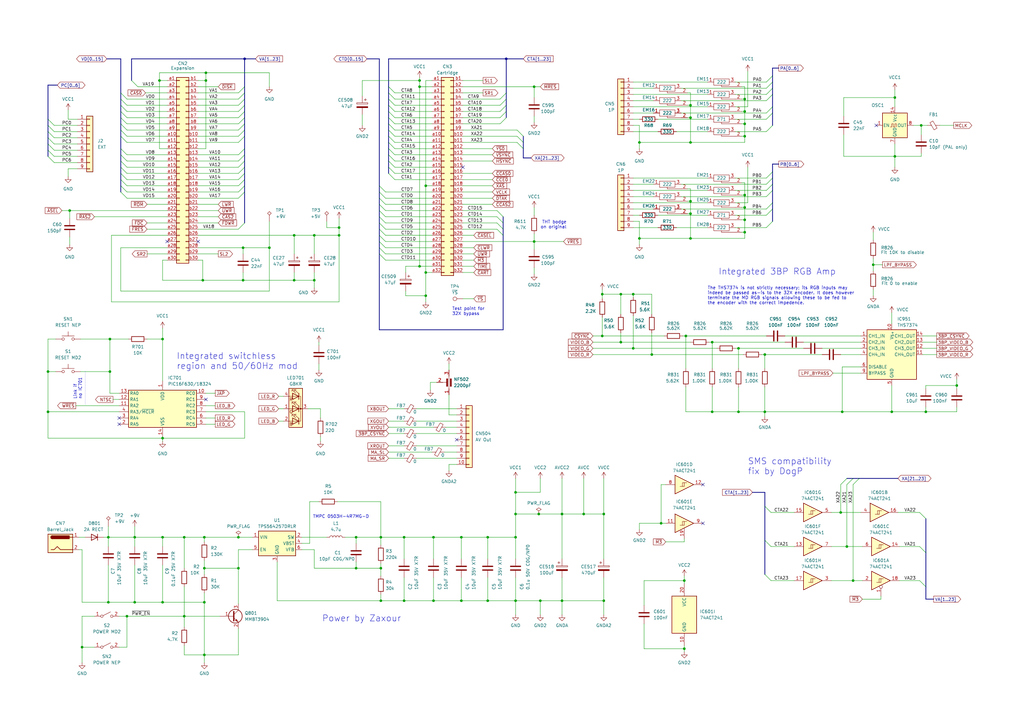
<source format=kicad_sch>
(kicad_sch (version 20230121) (generator eeschema)
  (paper "A3")
  (title_block (title "Power, Connectors and Misc.") (date "2023-11-29") (rev "1.2a") (company "By Cosam") (comment 1 "Neptune"))
  (junction (at 305.435 55.88))
  (junction (at 19.685 168.91))
  (junction (at 283.21 43.18))
  (junction (at 66.675 139.065))
  (junction (at 207.645 24.13))
  (junction (at 271.145 214.63))
  (junction (at 262.255 97.79))
  (junction (at 75.565 252.73))
  (junction (at 305.435 45.72))
  (junction (at 83.82 233.045))
  (junction (at 379.73 168.91))
  (junction (at 367.03 40.005))
  (junction (at 221.615 246.38))
  (junction (at 146.05 220.345))
  (junction (at 99.695 101.6))
  (junction (at 247.65 246.38))
  (junction (at 83.82 247.015))
  (junction (at 280.67 238.125))
  (junction (at 283.21 48.26))
  (junction (at 83.185 114.935))
  (junction (at 174.625 111.76))
  (junction (at 239.395 210.82))
  (junction (at 110.49 101.6))
  (junction (at 392.43 158.115))
  (junction (at 174.625 76.2))
  (junction (at 156.21 220.345))
  (junction (at 219.075 35.56))
  (junction (at 305.435 80.01))
  (junction (at 33.655 265.43))
  (junction (at 44.45 220.345))
  (junction (at 139.065 96.52))
  (junction (at 247.65 210.82))
  (junction (at 146.05 233.045))
  (junction (at 75.565 220.345))
  (junction (at 100.33 24.13))
  (junction (at 267.335 145.415))
  (junction (at 97.79 220.345))
  (junction (at 367.03 64.135))
  (junction (at 189.23 220.345))
  (junction (at 45.085 139.065))
  (junction (at 305.435 40.64))
  (junction (at 259.715 120.65))
  (junction (at 211.455 201.93))
  (junction (at 97.79 233.045))
  (junction (at 156.21 233.045))
  (junction (at 259.715 142.875))
  (junction (at 172.085 109.22))
  (junction (at 230.505 210.82))
  (junction (at 99.695 114.935))
  (junction (at 139.065 93.345))
  (junction (at 165.735 246.38))
  (junction (at 344.805 210.185))
  (junction (at 174.625 121.285))
  (junction (at 247.015 137.795))
  (junction (at 45.085 152.4))
  (junction (at 84.455 29.845))
  (junction (at 365.76 168.91))
  (junction (at 220.98 210.82))
  (junction (at 156.21 246.38))
  (junction (at 230.505 246.38))
  (junction (at 283.21 58.42))
  (junction (at 120.65 96.52))
  (junction (at 305.435 85.09))
  (junction (at 165.735 220.345))
  (junction (at 55.245 220.345))
  (junction (at 55.245 247.015))
  (junction (at 177.8 246.38))
  (junction (at 200.025 246.38))
  (junction (at 247.015 120.65))
  (junction (at 128.905 96.52))
  (junction (at 305.435 50.8))
  (junction (at 254.635 120.65))
  (junction (at 66.675 179.705))
  (junction (at 305.435 90.17))
  (junction (at 283.21 82.55))
  (junction (at 66.675 220.345))
  (junction (at 302.895 142.875))
  (junction (at 281.305 137.795))
  (junction (at 305.435 95.25))
  (junction (at 313.69 145.415))
  (junction (at 283.21 87.63))
  (junction (at 292.1 168.91))
  (junction (at 66.675 247.015))
  (junction (at 254.635 140.335))
  (junction (at 177.8 220.345))
  (junction (at 189.23 246.38))
  (junction (at 44.45 247.015))
  (junction (at 262.255 58.42))
  (junction (at 83.82 268.605))
  (junction (at 52.07 252.73))
  (junction (at 211.455 220.345))
  (junction (at 283.21 97.79))
  (junction (at 292.1 140.335))
  (junction (at 377.825 51.435))
  (junction (at 349.885 238.125))
  (junction (at 345.44 168.91))
  (junction (at 28.575 86.36))
  (junction (at 302.895 168.91))
  (junction (at 219.075 99.06))
  (junction (at 19.685 152.4))
  (junction (at 83.82 220.345))
  (junction (at 128.905 114.935))
  (junction (at 172.085 35.56))
  (junction (at 200.025 220.345))
  (junction (at 120.65 114.935))
  (junction (at 347.345 224.155))
  (junction (at 313.69 168.91))
  (junction (at 172.085 33.02))
  (junction (at 280.67 266.065))
  (junction (at 211.455 210.82))
  (junction (at 211.455 246.38))
  (junction (at 65.405 33.02))
  (junction (at 84.455 33.02))
  (junction (at 358.14 108.585))
  (no_connect (at 48.895 171.45))
  (no_connect (at 359.41 51.435))
  (no_connect (at 187.325 180.34))
  (no_connect (at 48.895 173.99))
  (no_connect (at 68.58 99.06))
  (no_connect (at 81.28 99.06))
  (no_connect (at 189.865 68.58))
  (no_connect (at 84.455 163.83))
  (no_connect (at 288.29 198.755))
  (no_connect (at 288.29 214.63))
  (bus_entry (at 316.865 90.805) (size -2.54 2.54))
  (bus_entry (at 97.79 40.64) (size 2.54 -2.54))
  (bus_entry (at 19.685 51.435) (size 2.54 2.54))
  (bus_entry (at 49.53 38.1) (size 2.54 2.54))
  (bus_entry (at 203.835 91.44) (size 2.54 2.54))
  (bus_entry (at 316.23 210.185) (size -2.54 -2.54))
  (bus_entry (at 344.805 198.755) (size 2.54 -2.54))
  (bus_entry (at 316.865 51.435) (size -2.54 2.54))
  (bus_entry (at 158.115 106.68) (size -2.54 -2.54))
  (bus_entry (at 161.925 53.34) (size -2.54 -2.54))
  (bus_entry (at 316.865 43.815) (size -2.54 2.54))
  (bus_entry (at 205.105 40.64) (size 2.54 -2.54))
  (bus_entry (at 161.925 50.8) (size -2.54 -2.54))
  (bus_entry (at 205.105 50.8) (size 2.54 -2.54))
  (bus_entry (at 49.53 66.04) (size 2.54 2.54))
  (bus_entry (at 161.925 60.96) (size -2.54 -2.54))
  (bus_entry (at 49.53 40.64) (size 2.54 2.54))
  (bus_entry (at 316.865 73.025) (size -2.54 2.54))
  (bus_entry (at 49.53 76.2) (size 2.54 2.54))
  (bus_entry (at 161.925 45.72) (size -2.54 -2.54))
  (bus_entry (at 158.115 104.14) (size -2.54 -2.54))
  (bus_entry (at 161.925 66.04) (size -2.54 -2.54))
  (bus_entry (at 97.79 76.2) (size 2.54 -2.54))
  (bus_entry (at 97.79 38.1) (size 2.54 -2.54))
  (bus_entry (at 97.79 66.04) (size 2.54 -2.54))
  (bus_entry (at 377.19 238.125) (size 2.54 2.54))
  (bus_entry (at 161.925 63.5) (size -2.54 -2.54))
  (bus_entry (at 158.115 86.36) (size -2.54 -2.54))
  (bus_entry (at 377.19 210.185) (size 2.54 2.54))
  (bus_entry (at 19.685 61.595) (size 2.54 2.54))
  (bus_entry (at 97.79 81.28) (size 2.54 -2.54))
  (bus_entry (at 349.885 198.755) (size 2.54 -2.54))
  (bus_entry (at 203.835 93.98) (size 2.54 2.54))
  (bus_entry (at 97.79 78.74) (size 2.54 -2.54))
  (bus_entry (at 158.115 93.98) (size -2.54 -2.54))
  (bus_entry (at 49.53 43.18) (size 2.54 2.54))
  (bus_entry (at 161.925 73.66) (size -2.54 -2.54))
  (bus_entry (at 316.865 31.115) (size -2.54 2.54))
  (bus_entry (at 97.79 68.58) (size 2.54 -2.54))
  (bus_entry (at 49.53 78.74) (size 2.54 2.54))
  (bus_entry (at 212.09 58.42) (size 2.54 2.54))
  (bus_entry (at 161.925 58.42) (size -2.54 -2.54))
  (bus_entry (at 158.115 83.82) (size -2.54 -2.54))
  (bus_entry (at 316.865 46.355) (size -2.54 2.54))
  (bus_entry (at 158.115 81.28) (size -2.54 -2.54))
  (bus_entry (at 19.685 59.055) (size 2.54 2.54))
  (bus_entry (at 377.19 224.155) (size 2.54 2.54))
  (bus_entry (at 97.79 45.72) (size 2.54 -2.54))
  (bus_entry (at 316.865 83.185) (size -2.54 2.54))
  (bus_entry (at 49.53 73.66) (size 2.54 2.54))
  (bus_entry (at 49.53 60.96) (size 2.54 2.54))
  (bus_entry (at 316.865 36.195) (size -2.54 2.54))
  (bus_entry (at 161.925 48.26) (size -2.54 -2.54))
  (bus_entry (at 97.79 63.5) (size 2.54 -2.54))
  (bus_entry (at 158.115 99.06) (size -2.54 -2.54))
  (bus_entry (at 316.23 224.155) (size -2.54 -2.54))
  (bus_entry (at 19.685 48.895) (size 2.54 2.54))
  (bus_entry (at 316.865 78.105) (size -2.54 2.54))
  (bus_entry (at 161.925 68.58) (size -2.54 -2.54))
  (bus_entry (at 56.515 35.56) (size -2.54 -2.54))
  (bus_entry (at 161.925 71.12) (size -2.54 -2.54))
  (bus_entry (at 203.835 86.36) (size 2.54 2.54))
  (bus_entry (at 97.79 73.66) (size 2.54 -2.54))
  (bus_entry (at 316.23 238.125) (size -2.54 -2.54))
  (bus_entry (at 205.105 45.72) (size 2.54 -2.54))
  (bus_entry (at 158.115 78.74) (size -2.54 -2.54))
  (bus_entry (at 49.53 45.72) (size 2.54 2.54))
  (bus_entry (at 212.09 55.88) (size 2.54 2.54))
  (bus_entry (at 97.79 71.12) (size 2.54 -2.54))
  (bus_entry (at 19.685 56.515) (size 2.54 2.54))
  (bus_entry (at 316.865 75.565) (size -2.54 2.54))
  (bus_entry (at 49.53 50.8) (size 2.54 2.54))
  (bus_entry (at 97.79 58.42) (size 2.54 -2.54))
  (bus_entry (at 19.685 53.975) (size 2.54 2.54))
  (bus_entry (at 158.115 101.6) (size -2.54 -2.54))
  (bus_entry (at 49.53 48.26) (size 2.54 2.54))
  (bus_entry (at 97.79 43.18) (size 2.54 -2.54))
  (bus_entry (at 49.53 68.58) (size 2.54 2.54))
  (bus_entry (at 97.79 93.98) (size 2.54 -2.54))
  (bus_entry (at 205.105 43.18) (size 2.54 -2.54))
  (bus_entry (at 161.925 43.18) (size -2.54 -2.54))
  (bus_entry (at 316.865 38.735) (size -2.54 2.54))
  (bus_entry (at 205.105 48.26) (size 2.54 -2.54))
  (bus_entry (at 158.115 96.52) (size -2.54 -2.54))
  (bus_entry (at 316.865 85.725) (size -2.54 2.54))
  (bus_entry (at 97.79 48.26) (size 2.54 -2.54))
  (bus_entry (at 158.115 88.9) (size -2.54 -2.54))
  (bus_entry (at 49.53 55.88) (size 2.54 2.54))
  (bus_entry (at 49.53 53.34) (size 2.54 2.54))
  (bus_entry (at 49.53 63.5) (size 2.54 2.54))
  (bus_entry (at 97.79 50.8) (size 2.54 -2.54))
  (bus_entry (at 19.685 64.135) (size 2.54 2.54))
  (bus_entry (at 203.835 88.9) (size 2.54 2.54))
  (bus_entry (at 212.09 53.34) (size 2.54 2.54))
  (bus_entry (at 347.345 198.755) (size 2.54 -2.54))
  (bus_entry (at 316.865 70.485) (size -2.54 2.54))
  (bus_entry (at 97.79 53.34) (size 2.54 -2.54))
  (bus_entry (at 161.925 38.1) (size -2.54 -2.54))
  (bus_entry (at 49.53 71.12) (size 2.54 2.54))
  (bus_entry (at 158.115 91.44) (size -2.54 -2.54))
  (bus_entry (at 316.865 33.655) (size -2.54 2.54))
  (bus_entry (at 161.925 40.64) (size -2.54 -2.54))
  (bus_entry (at 161.925 55.88) (size -2.54 -2.54))
  (bus_entry (at 97.79 55.88) (size 2.54 -2.54))
  (wire (pts (xy 66.675 134.62) (xy 66.675 139.065)))
  (wire (pts (xy 283.21 48.26) (xy 283.21 58.42)))
  (bus (pts (xy 159.385 63.5) (xy 159.385 60.96)))
  (wire (pts (xy 170.815 172.72) (xy 187.325 172.72)))
  (wire (pts (xy 148.59 33.02) (xy 148.59 39.37)))
  (wire (pts (xy 280.67 264.795) (xy 280.67 266.065)))
  (wire (pts (xy 281.94 77.47) (xy 283.21 77.47)))
  (wire (pts (xy 305.435 50.8) (xy 305.435 45.72)))
  (wire (pts (xy 172.085 35.56) (xy 172.085 33.02)))
  (wire (pts (xy 290.195 33.655) (xy 259.715 33.655)))
  (wire (pts (xy 159.385 185.42) (xy 177.165 185.42)))
  (wire (pts (xy 267.335 136.525) (xy 267.335 145.415)))
  (wire (pts (xy 283.21 43.18) (xy 281.94 43.18)))
  (wire (pts (xy 128.905 111.76) (xy 128.905 114.935)))
  (wire (pts (xy 161.925 48.26) (xy 177.165 48.26)))
  (wire (pts (xy 174.625 111.76) (xy 177.165 111.76)))
  (wire (pts (xy 219.075 35.56) (xy 221.615 35.56)))
  (wire (pts (xy 312.42 145.415) (xy 313.69 145.415)))
  (wire (pts (xy 81.28 86.36) (xy 89.535 86.36)))
  (wire (pts (xy 189.865 66.04) (xy 201.93 66.04)))
  (wire (pts (xy 174.625 76.2) (xy 177.165 76.2)))
  (wire (pts (xy 211.455 246.38) (xy 211.455 252.095)))
  (wire (pts (xy 345.44 150.495) (xy 345.44 168.91)))
  (wire (pts (xy 128.905 225.425) (xy 128.905 233.045)))
  (wire (pts (xy 99.695 101.6) (xy 110.49 101.6)))
  (wire (pts (xy 99.695 114.935) (xy 99.695 111.76)))
  (wire (pts (xy 68.58 101.6) (xy 49.53 101.6)))
  (wire (pts (xy 219.075 99.06) (xy 219.075 102.235)))
  (wire (pts (xy 83.82 229.87) (xy 83.82 233.045)))
  (wire (pts (xy 158.115 91.44) (xy 177.165 91.44)))
  (wire (pts (xy 200.025 229.235) (xy 200.025 220.345)))
  (wire (pts (xy 189.23 246.38) (xy 177.8 246.38)))
  (wire (pts (xy 83.82 233.045) (xy 97.79 233.045)))
  (wire (pts (xy 172.085 33.02) (xy 172.085 31.75)))
  (wire (pts (xy 259.715 51.435) (xy 262.255 51.435)))
  (wire (pts (xy 66.675 220.345) (xy 75.565 220.345)))
  (wire (pts (xy 189.865 101.6) (xy 194.31 101.6)))
  (wire (pts (xy 52.07 58.42) (xy 68.58 58.42)))
  (wire (pts (xy 247.65 196.215) (xy 247.65 210.82)))
  (wire (pts (xy 273.05 222.25) (xy 280.67 222.25)))
  (wire (pts (xy 189.865 99.06) (xy 219.075 99.06)))
  (wire (pts (xy 177.165 33.02) (xy 174.625 33.02)))
  (wire (pts (xy 314.325 78.105) (xy 301.625 78.105)))
  (wire (pts (xy 55.245 215.9) (xy 55.245 220.345)))
  (wire (pts (xy 139.065 93.345) (xy 139.065 96.52)))
  (wire (pts (xy 33.02 139.065) (xy 45.085 139.065)))
  (wire (pts (xy 103.505 225.425) (xy 97.79 225.425)))
  (wire (pts (xy 358.14 118.745) (xy 358.14 121.285)))
  (bus (pts (xy 207.645 24.13) (xy 159.385 24.13)))
  (wire (pts (xy 52.07 252.73) (xy 75.565 252.73)))
  (wire (pts (xy 219.075 109.855) (xy 219.075 112.395)))
  (wire (pts (xy 349.885 238.125) (xy 353.695 238.125)))
  (wire (pts (xy 184.15 149.225) (xy 184.15 151.765)))
  (wire (pts (xy 358.14 95.25) (xy 358.14 98.425)))
  (bus (pts (xy 155.575 78.74) (xy 155.575 81.28)))
  (wire (pts (xy 44.45 215.9) (xy 44.45 220.345)))
  (wire (pts (xy 179.07 156.845) (xy 176.53 156.845)))
  (wire (pts (xy 305.435 95.25) (xy 304.165 95.25)))
  (bus (pts (xy 316.865 75.565) (xy 316.865 78.105)))
  (wire (pts (xy 313.69 158.75) (xy 313.69 168.91)))
  (wire (pts (xy 189.865 58.42) (xy 212.09 58.42)))
  (wire (pts (xy 158.115 106.68) (xy 177.165 106.68)))
  (bus (pts (xy 100.33 66.04) (xy 100.33 63.5)))
  (wire (pts (xy 379.73 167.005) (xy 379.73 168.91)))
  (wire (pts (xy 259.715 120.65) (xy 259.715 121.92)))
  (wire (pts (xy 172.085 33.02) (xy 148.59 33.02)))
  (wire (pts (xy 247.015 137.795) (xy 272.415 137.795)))
  (wire (pts (xy 264.16 248.285) (xy 264.16 238.125)))
  (bus (pts (xy 316.865 46.355) (xy 316.865 51.435)))
  (wire (pts (xy 290.195 73.025) (xy 259.715 73.025)))
  (wire (pts (xy 262.255 217.17) (xy 262.255 214.63)))
  (wire (pts (xy 170.815 167.64) (xy 187.325 167.64)))
  (wire (pts (xy 161.925 66.04) (xy 177.165 66.04)))
  (bus (pts (xy 100.33 60.96) (xy 100.33 63.5)))
  (wire (pts (xy 165.735 246.38) (xy 156.21 246.38)))
  (wire (pts (xy 45.085 161.29) (xy 48.895 161.29)))
  (wire (pts (xy 302.895 168.91) (xy 302.895 158.75)))
  (wire (pts (xy 156.21 231.14) (xy 156.21 233.045)))
  (wire (pts (xy 230.505 246.38) (xy 230.505 252.095)))
  (bus (pts (xy 313.69 201.93) (xy 308.61 201.93)))
  (wire (pts (xy 158.115 101.6) (xy 177.165 101.6)))
  (bus (pts (xy 100.33 45.72) (xy 100.33 43.18)))
  (bus (pts (xy 49.53 73.66) (xy 49.53 71.12)))
  (bus (pts (xy 100.33 78.74) (xy 100.33 76.2)))
  (wire (pts (xy 66.675 231.775) (xy 66.675 247.015)))
  (wire (pts (xy 392.43 168.91) (xy 392.43 167.005)))
  (wire (pts (xy 368.935 224.155) (xy 377.19 224.155)))
  (wire (pts (xy 158.115 99.06) (xy 177.165 99.06)))
  (wire (pts (xy 189.865 60.96) (xy 201.93 60.96)))
  (wire (pts (xy 269.875 93.345) (xy 259.715 93.345)))
  (wire (pts (xy 161.925 40.64) (xy 177.165 40.64)))
  (wire (pts (xy 211.455 220.345) (xy 200.025 220.345)))
  (wire (pts (xy 259.715 142.875) (xy 294.005 142.875)))
  (wire (pts (xy 45.72 123.825) (xy 139.065 123.825)))
  (wire (pts (xy 305.435 45.72) (xy 304.165 45.72)))
  (wire (pts (xy 367.03 59.055) (xy 367.03 64.135)))
  (wire (pts (xy 280.67 238.125) (xy 280.67 239.395)))
  (wire (pts (xy 66.675 106.68) (xy 66.675 114.935)))
  (wire (pts (xy 189.865 104.14) (xy 194.31 104.14)))
  (wire (pts (xy 283.21 82.55) (xy 281.94 82.55)))
  (wire (pts (xy 55.245 220.345) (xy 66.675 220.345)))
  (wire (pts (xy 211.455 246.38) (xy 221.615 246.38)))
  (bus (pts (xy 49.53 60.96) (xy 49.53 63.5)))
  (wire (pts (xy 314.325 53.975) (xy 301.625 53.975)))
  (wire (pts (xy 305.435 50.8) (xy 304.165 50.8)))
  (wire (pts (xy 81.28 53.34) (xy 97.79 53.34)))
  (wire (pts (xy 177.165 35.56) (xy 172.085 35.56)))
  (wire (pts (xy 81.28 96.52) (xy 120.65 96.52)))
  (wire (pts (xy 84.455 29.845) (xy 110.49 29.845)))
  (wire (pts (xy 283.21 97.79) (xy 262.255 97.79)))
  (bus (pts (xy 49.53 68.58) (xy 49.53 66.04)))
  (wire (pts (xy 292.1 140.335) (xy 321.945 140.335)))
  (bus (pts (xy 19.685 34.925) (xy 23.495 34.925)))
  (wire (pts (xy 177.8 220.345) (xy 189.23 220.345)))
  (bus (pts (xy 155.575 96.52) (xy 155.575 93.98)))
  (wire (pts (xy 340.995 210.185) (xy 344.805 210.185)))
  (wire (pts (xy 290.195 88.265) (xy 269.875 88.265)))
  (wire (pts (xy 65.405 60.96) (xy 65.405 33.02)))
  (wire (pts (xy 84.455 29.845) (xy 65.405 29.845)))
  (wire (pts (xy 264.16 238.125) (xy 280.67 238.125)))
  (wire (pts (xy 211.455 201.93) (xy 211.455 196.215)))
  (wire (pts (xy 367.03 36.83) (xy 367.03 40.005)))
  (wire (pts (xy 305.435 74.93) (xy 305.435 80.01)))
  (wire (pts (xy 378.46 142.875) (xy 384.175 142.875)))
  (wire (pts (xy 166.37 121.285) (xy 174.625 121.285)))
  (wire (pts (xy 161.925 38.1) (xy 177.165 38.1)))
  (wire (pts (xy 247.65 246.38) (xy 247.65 252.095)))
  (wire (pts (xy 81.28 66.04) (xy 97.79 66.04)))
  (wire (pts (xy 262.255 90.805) (xy 262.255 97.79)))
  (wire (pts (xy 161.925 63.5) (xy 177.165 63.5)))
  (wire (pts (xy 280.67 222.25) (xy 280.67 220.98)))
  (bus (pts (xy 159.385 58.42) (xy 159.385 60.96)))
  (wire (pts (xy 146.05 220.345) (xy 146.05 222.885)))
  (wire (pts (xy 165.735 220.345) (xy 177.8 220.345)))
  (wire (pts (xy 211.455 201.93) (xy 211.455 210.82)))
  (bus (pts (xy 159.385 53.34) (xy 159.385 50.8)))
  (wire (pts (xy 304.165 40.64) (xy 305.435 40.64)))
  (wire (pts (xy 52.07 43.18) (xy 68.58 43.18)))
  (bus (pts (xy 159.385 66.04) (xy 159.385 63.5)))
  (wire (pts (xy 60.325 91.44) (xy 68.58 91.44)))
  (wire (pts (xy 158.115 88.9) (xy 177.165 88.9)))
  (wire (pts (xy 221.615 246.38) (xy 230.505 246.38)))
  (wire (pts (xy 52.07 53.34) (xy 68.58 53.34)))
  (bus (pts (xy 159.385 58.42) (xy 159.385 55.88)))
  (wire (pts (xy 292.1 140.335) (xy 292.1 151.13)))
  (wire (pts (xy 97.79 225.425) (xy 97.79 233.045)))
  (bus (pts (xy 207.645 48.26) (xy 207.645 45.72)))
  (wire (pts (xy 60.325 93.98) (xy 68.58 93.98)))
  (wire (pts (xy 254.635 140.335) (xy 283.21 140.335)))
  (wire (pts (xy 305.435 40.64) (xy 305.435 45.72)))
  (wire (pts (xy 99.695 101.6) (xy 99.695 104.14)))
  (wire (pts (xy 184.15 170.18) (xy 187.325 170.18)))
  (wire (pts (xy 189.865 35.56) (xy 219.075 35.56)))
  (wire (pts (xy 28.575 86.36) (xy 28.575 89.535)))
  (wire (pts (xy 184.15 193.04) (xy 184.15 190.5)))
  (wire (pts (xy 283.21 58.42) (xy 305.435 58.42)))
  (wire (pts (xy 131.445 167.64) (xy 131.445 171.45)))
  (wire (pts (xy 267.97 75.565) (xy 259.715 75.565)))
  (wire (pts (xy 211.455 201.93) (xy 221.615 201.93)))
  (wire (pts (xy 247.015 130.175) (xy 247.015 137.795)))
  (wire (pts (xy 49.53 101.6) (xy 49.53 119.38)))
  (bus (pts (xy 49.53 76.2) (xy 49.53 73.66)))
  (wire (pts (xy 68.58 104.14) (xy 60.325 104.14)))
  (wire (pts (xy 158.115 81.28) (xy 177.165 81.28)))
  (wire (pts (xy 314.325 36.195) (xy 279.4 36.195)))
  (wire (pts (xy 161.925 60.96) (xy 177.165 60.96)))
  (bus (pts (xy 49.53 53.34) (xy 49.53 50.8)))
  (wire (pts (xy 230.505 196.215) (xy 230.505 210.82)))
  (wire (pts (xy 189.865 76.2) (xy 201.93 76.2)))
  (wire (pts (xy 110.49 90.805) (xy 110.49 101.6)))
  (wire (pts (xy 161.925 45.72) (xy 177.165 45.72)))
  (wire (pts (xy 97.79 233.045) (xy 97.79 247.65)))
  (bus (pts (xy 49.53 55.88) (xy 49.53 53.34)))
  (wire (pts (xy 301.625 43.815) (xy 306.705 43.815)))
  (wire (pts (xy 271.145 198.755) (xy 273.05 198.755)))
  (bus (pts (xy 19.685 51.435) (xy 19.685 48.895)))
  (wire (pts (xy 141.605 220.345) (xy 146.05 220.345)))
  (bus (pts (xy 206.375 96.52) (xy 206.375 93.98)))
  (wire (pts (xy 81.28 58.42) (xy 97.79 58.42)))
  (wire (pts (xy 22.225 66.675) (xy 31.75 66.675)))
  (bus (pts (xy 159.385 50.8) (xy 159.385 48.26)))
  (wire (pts (xy 130.81 205.74) (xy 127 205.74)))
  (bus (pts (xy 319.405 27.94) (xy 316.865 27.94)))
  (wire (pts (xy 131.445 179.07) (xy 131.445 180.975)))
  (wire (pts (xy 158.115 86.36) (xy 177.165 86.36)))
  (wire (pts (xy 211.455 229.235) (xy 211.455 220.345)))
  (wire (pts (xy 177.8 236.855) (xy 177.8 246.38)))
  (wire (pts (xy 48.895 265.43) (xy 52.07 265.43)))
  (wire (pts (xy 346.075 64.135) (xy 367.03 64.135)))
  (wire (pts (xy 128.905 114.935) (xy 128.905 118.11)))
  (wire (pts (xy 172.085 109.22) (xy 172.085 35.56)))
  (wire (pts (xy 68.58 106.68) (xy 66.675 106.68)))
  (wire (pts (xy 314.325 85.725) (xy 279.4 85.725)))
  (wire (pts (xy 313.69 168.91) (xy 313.69 170.815)))
  (wire (pts (xy 353.695 245.745) (xy 361.315 245.745)))
  (wire (pts (xy 264.16 255.905) (xy 264.16 266.065)))
  (wire (pts (xy 81.28 93.98) (xy 97.79 93.98)))
  (wire (pts (xy 259.715 129.54) (xy 259.715 142.875)))
  (wire (pts (xy 230.505 210.82) (xy 230.505 229.235)))
  (bus (pts (xy 207.645 38.1) (xy 207.645 24.13)))
  (wire (pts (xy 379.73 158.115) (xy 379.73 159.385)))
  (wire (pts (xy 314.325 93.345) (xy 301.625 93.345)))
  (wire (pts (xy 44.45 247.015) (xy 55.245 247.015)))
  (wire (pts (xy 114.3 162.56) (xy 116.205 162.56)))
  (wire (pts (xy 259.715 90.805) (xy 262.255 90.805)))
  (wire (pts (xy 267.335 128.905) (xy 267.335 120.65)))
  (wire (pts (xy 120.65 96.52) (xy 120.65 104.14)))
  (wire (pts (xy 33.655 265.43) (xy 38.735 265.43)))
  (wire (pts (xy 84.455 171.45) (xy 88.265 171.45)))
  (wire (pts (xy 219.075 85.09) (xy 219.075 88.265)))
  (wire (pts (xy 316.23 238.125) (xy 325.755 238.125)))
  (wire (pts (xy 165.735 236.855) (xy 165.735 246.38)))
  (wire (pts (xy 84.455 168.91) (xy 100.33 168.91)))
  (bus (pts (xy 159.385 24.13) (xy 159.385 35.56)))
  (wire (pts (xy 290.195 93.345) (xy 277.495 93.345)))
  (bus (pts (xy 100.33 53.34) (xy 100.33 50.8)))
  (wire (pts (xy 283.21 38.1) (xy 283.21 43.18)))
  (bus (pts (xy 207.645 45.72) (xy 207.645 43.18)))
  (wire (pts (xy 66.675 247.015) (xy 83.82 247.015)))
  (wire (pts (xy 19.685 152.4) (xy 19.685 168.91)))
  (wire (pts (xy 60.325 83.82) (xy 68.58 83.82)))
  (wire (pts (xy 230.505 236.855) (xy 230.505 246.38)))
  (wire (pts (xy 301.625 142.875) (xy 302.895 142.875)))
  (wire (pts (xy 314.325 75.565) (xy 279.4 75.565)))
  (wire (pts (xy 313.69 168.91) (xy 302.895 168.91)))
  (wire (pts (xy 84.455 60.96) (xy 84.455 33.02)))
  (wire (pts (xy 161.925 73.66) (xy 177.165 73.66)))
  (wire (pts (xy 172.085 109.22) (xy 166.37 109.22)))
  (wire (pts (xy 189.865 122.555) (xy 194.31 122.555)))
  (wire (pts (xy 306.705 83.185) (xy 306.705 68.58)))
  (wire (pts (xy 55.245 247.015) (xy 66.675 247.015)))
  (bus (pts (xy 155.575 99.06) (xy 155.575 96.52)))
  (wire (pts (xy 75.565 268.605) (xy 83.82 268.605)))
  (bus (pts (xy 155.575 99.06) (xy 155.575 101.6)))
  (bus (pts (xy 352.425 196.215) (xy 368.3 196.215)))
  (wire (pts (xy 344.805 198.755) (xy 344.805 210.185)))
  (bus (pts (xy 49.53 45.72) (xy 49.53 43.18)))
  (wire (pts (xy 283.21 43.18) (xy 283.21 48.26)))
  (wire (pts (xy 247.015 120.65) (xy 247.015 118.745)))
  (wire (pts (xy 81.28 38.1) (xy 97.79 38.1)))
  (wire (pts (xy 305.435 95.25) (xy 305.435 90.17)))
  (wire (pts (xy 189.865 48.26) (xy 205.105 48.26)))
  (wire (pts (xy 361.95 108.585) (xy 358.14 108.585)))
  (wire (pts (xy 219.075 99.06) (xy 231.14 99.06)))
  (wire (pts (xy 290.83 140.335) (xy 292.1 140.335)))
  (bus (pts (xy 159.385 35.56) (xy 159.385 38.1)))
  (wire (pts (xy 126.365 167.64) (xy 131.445 167.64)))
  (wire (pts (xy 290.195 53.975) (xy 277.495 53.975)))
  (bus (pts (xy 316.865 70.485) (xy 316.865 73.025)))
  (bus (pts (xy 214.63 58.42) (xy 214.63 60.96)))
  (wire (pts (xy 189.865 78.74) (xy 201.93 78.74)))
  (bus (pts (xy 155.575 93.98) (xy 155.575 91.44)))
  (wire (pts (xy 22.225 59.055) (xy 31.75 59.055)))
  (wire (pts (xy 99.695 114.935) (xy 120.65 114.935)))
  (wire (pts (xy 262.255 51.435) (xy 262.255 58.42)))
  (wire (pts (xy 81.28 45.72) (xy 97.79 45.72)))
  (wire (pts (xy 374.65 51.435) (xy 377.825 51.435)))
  (wire (pts (xy 161.925 68.58) (xy 177.165 68.58)))
  (wire (pts (xy 22.225 56.515) (xy 31.75 56.515)))
  (bus (pts (xy 100.33 73.66) (xy 100.33 71.12)))
  (wire (pts (xy 301.625 83.185) (xy 306.705 83.185)))
  (bus (pts (xy 313.69 221.615) (xy 313.69 207.645)))
  (wire (pts (xy 33.655 247.015) (xy 44.45 247.015)))
  (wire (pts (xy 189.865 91.44) (xy 203.835 91.44)))
  (bus (pts (xy 53.975 24.13) (xy 100.33 24.13)))
  (wire (pts (xy 377.825 62.865) (xy 377.825 64.135)))
  (wire (pts (xy 189.865 111.76) (xy 194.31 111.76)))
  (wire (pts (xy 267.335 120.65) (xy 259.715 120.65)))
  (wire (pts (xy 120.65 96.52) (xy 128.905 96.52)))
  (wire (pts (xy 81.28 91.44) (xy 89.535 91.44)))
  (wire (pts (xy 254.635 136.525) (xy 254.635 140.335)))
  (wire (pts (xy 66.675 179.705) (xy 100.33 179.705)))
  (wire (pts (xy 22.225 53.975) (xy 31.75 53.975)))
  (wire (pts (xy 378.46 140.335) (xy 384.175 140.335)))
  (wire (pts (xy 68.58 60.96) (xy 65.405 60.96)))
  (wire (pts (xy 344.805 210.185) (xy 353.06 210.185)))
  (wire (pts (xy 52.07 63.5) (xy 68.58 63.5)))
  (bus (pts (xy 49.53 66.04) (xy 49.53 63.5)))
  (wire (pts (xy 52.07 81.28) (xy 68.58 81.28)))
  (wire (pts (xy 123.825 225.425) (xy 128.905 225.425)))
  (wire (pts (xy 189.865 53.34) (xy 212.09 53.34)))
  (wire (pts (xy 176.53 156.845) (xy 176.53 160.02)))
  (bus (pts (xy 53.975 33.02) (xy 53.975 24.13)))
  (wire (pts (xy 230.505 210.82) (xy 239.395 210.82)))
  (wire (pts (xy 340.995 224.155) (xy 347.345 224.155)))
  (wire (pts (xy 247.015 120.65) (xy 247.015 122.555)))
  (bus (pts (xy 347.345 196.215) (xy 349.885 196.215)))
  (wire (pts (xy 283.21 87.63) (xy 281.94 87.63)))
  (wire (pts (xy 267.97 85.725) (xy 259.715 85.725)))
  (bus (pts (xy 214.63 64.77) (xy 214.63 60.96)))
  (bus (pts (xy 316.865 36.195) (xy 316.865 38.735)))
  (wire (pts (xy 83.185 106.68) (xy 81.28 106.68)))
  (wire (pts (xy 314.325 33.655) (xy 301.625 33.655)))
  (wire (pts (xy 267.97 46.355) (xy 259.715 46.355)))
  (bus (pts (xy 316.865 67.31) (xy 316.865 70.485)))
  (wire (pts (xy 65.405 33.02) (xy 68.58 33.02)))
  (wire (pts (xy 49.53 119.38) (xy 110.49 119.38)))
  (bus (pts (xy 43.815 24.13) (xy 49.53 24.13)))
  (wire (pts (xy 305.435 35.56) (xy 305.435 40.64)))
  (bus (pts (xy 159.385 43.18) (xy 159.385 40.64)))
  (wire (pts (xy 52.07 48.26) (xy 68.58 48.26)))
  (wire (pts (xy 189.865 96.52) (xy 194.31 96.52)))
  (wire (pts (xy 283.21 77.47) (xy 283.21 82.55)))
  (wire (pts (xy 22.225 64.135) (xy 31.75 64.135)))
  (wire (pts (xy 97.79 268.605) (xy 83.82 268.605)))
  (wire (pts (xy 159.385 167.64) (xy 165.735 167.64)))
  (wire (pts (xy 305.435 90.17) (xy 304.165 90.17)))
  (bus (pts (xy 217.805 64.77) (xy 214.63 64.77)))
  (bus (pts (xy 49.53 48.26) (xy 49.53 45.72)))
  (wire (pts (xy 177.165 109.22) (xy 172.085 109.22)))
  (wire (pts (xy 314.325 41.275) (xy 279.4 41.275)))
  (wire (pts (xy 161.925 55.88) (xy 177.165 55.88)))
  (wire (pts (xy 254.635 120.65) (xy 259.715 120.65)))
  (wire (pts (xy 262.255 48.895) (xy 259.715 48.895)))
  (bus (pts (xy 104.775 24.13) (xy 100.33 24.13)))
  (bus (pts (xy 49.53 55.88) (xy 49.53 60.96)))
  (bus (pts (xy 49.53 43.18) (xy 49.53 40.64)))
  (wire (pts (xy 133.985 90.805) (xy 133.985 93.345)))
  (wire (pts (xy 367.03 64.135) (xy 367.03 68.58)))
  (wire (pts (xy 211.455 246.38) (xy 200.025 246.38)))
  (wire (pts (xy 189.865 86.36) (xy 203.835 86.36)))
  (wire (pts (xy 83.82 233.045) (xy 83.82 235.585)))
  (wire (pts (xy 100.33 179.705) (xy 100.33 168.91)))
  (wire (pts (xy 44.45 231.775) (xy 44.45 247.015)))
  (wire (pts (xy 165.735 229.235) (xy 165.735 220.345)))
  (wire (pts (xy 166.37 109.22) (xy 166.37 111.76)))
  (wire (pts (xy 22.225 51.435) (xy 31.75 51.435)))
  (wire (pts (xy 44.45 220.345) (xy 55.245 220.345)))
  (wire (pts (xy 19.685 139.065) (xy 22.86 139.065)))
  (wire (pts (xy 83.82 247.015) (xy 83.82 268.605)))
  (wire (pts (xy 75.565 264.795) (xy 75.565 268.605)))
  (wire (pts (xy 283.21 48.26) (xy 281.94 48.26)))
  (wire (pts (xy 68.58 96.52) (xy 45.72 96.52)))
  (wire (pts (xy 305.435 58.42) (xy 305.435 55.88)))
  (wire (pts (xy 59.69 38.1) (xy 68.58 38.1)))
  (wire (pts (xy 48.895 168.91) (xy 19.685 168.91)))
  (wire (pts (xy 219.075 35.56) (xy 219.075 40.005)))
  (wire (pts (xy 211.455 210.82) (xy 220.98 210.82)))
  (wire (pts (xy 159.385 177.8) (xy 165.735 177.8)))
  (wire (pts (xy 302.895 168.91) (xy 292.1 168.91)))
  (wire (pts (xy 52.07 55.88) (xy 68.58 55.88)))
  (wire (pts (xy 170.815 187.96) (xy 187.325 187.96)))
  (wire (pts (xy 45.085 152.4) (xy 45.085 161.29)))
  (wire (pts (xy 314.325 48.895) (xy 301.625 48.895)))
  (wire (pts (xy 346.075 40.005) (xy 367.03 40.005)))
  (wire (pts (xy 27.94 69.215) (xy 27.94 72.39)))
  (wire (pts (xy 27.94 45.085) (xy 27.94 48.895)))
  (wire (pts (xy 81.28 40.64) (xy 97.79 40.64)))
  (wire (pts (xy 262.255 97.79) (xy 262.255 100.33)))
  (wire (pts (xy 84.455 161.29) (xy 88.265 161.29)))
  (wire (pts (xy 189.865 109.22) (xy 194.31 109.22)))
  (wire (pts (xy 200.025 246.38) (xy 189.23 246.38)))
  (wire (pts (xy 243.205 145.415) (xy 267.335 145.415)))
  (bus (pts (xy 379.73 245.745) (xy 382.905 245.745)))
  (wire (pts (xy 65.405 29.845) (xy 65.405 33.02)))
  (wire (pts (xy 38.735 88.9) (xy 68.58 88.9)))
  (wire (pts (xy 254.635 120.65) (xy 247.015 120.65)))
  (wire (pts (xy 177.8 220.345) (xy 177.8 229.235)))
  (wire (pts (xy 75.565 252.73) (xy 90.17 252.73)))
  (bus (pts (xy 49.53 50.8) (xy 49.53 48.26)))
  (bus (pts (xy 100.33 68.58) (xy 100.33 66.04)))
  (bus (pts (xy 49.53 40.64) (xy 49.53 38.1)))
  (wire (pts (xy 349.885 198.755) (xy 349.885 238.125)))
  (wire (pts (xy 52.07 68.58) (xy 68.58 68.58)))
  (wire (pts (xy 184.15 161.925) (xy 184.15 170.18)))
  (wire (pts (xy 377.825 51.435) (xy 380.365 51.435)))
  (wire (pts (xy 81.28 50.8) (xy 97.79 50.8)))
  (wire (pts (xy 243.205 137.795) (xy 247.015 137.795)))
  (bus (pts (xy 316.865 83.185) (xy 316.865 85.725)))
  (bus (pts (xy 207.645 40.64) (xy 207.645 43.18)))
  (wire (pts (xy 267.335 145.415) (xy 304.8 145.415)))
  (bus (pts (xy 316.865 78.105) (xy 316.865 83.185)))
  (wire (pts (xy 313.69 168.91) (xy 345.44 168.91)))
  (wire (pts (xy 280.67 236.22) (xy 280.67 238.125)))
  (wire (pts (xy 189.865 55.88) (xy 212.09 55.88)))
  (wire (pts (xy 75.565 252.73) (xy 75.565 257.175)))
  (wire (pts (xy 219.075 47.625) (xy 219.075 50.165)))
  (wire (pts (xy 368.935 238.125) (xy 377.19 238.125)))
  (wire (pts (xy 32.385 220.345) (xy 34.925 220.345)))
  (wire (pts (xy 314.325 88.265) (xy 301.625 88.265)))
  (wire (pts (xy 33.655 225.425) (xy 33.655 247.015)))
  (wire (pts (xy 33.655 265.43) (xy 33.655 252.73)))
  (bus (pts (xy 313.69 207.645) (xy 313.69 201.93)))
  (bus (pts (xy 155.575 86.36) (xy 155.575 83.82)))
  (wire (pts (xy 211.455 210.82) (xy 211.455 220.345)))
  (bus (pts (xy 19.685 59.055) (xy 19.685 56.515)))
  (wire (pts (xy 156.21 246.38) (xy 113.665 246.38)))
  (wire (pts (xy 290.195 83.185) (xy 259.715 83.185)))
  (wire (pts (xy 83.82 268.605) (xy 83.82 271.78)))
  (wire (pts (xy 128.905 233.045) (xy 146.05 233.045)))
  (wire (pts (xy 84.455 166.37) (xy 88.265 166.37)))
  (wire (pts (xy 166.37 119.38) (xy 166.37 121.285)))
  (wire (pts (xy 247.65 210.82) (xy 247.65 229.235)))
  (wire (pts (xy 189.865 38.1) (xy 198.12 38.1)))
  (wire (pts (xy 146.05 233.045) (xy 156.21 233.045)))
  (wire (pts (xy 367.03 64.135) (xy 377.825 64.135)))
  (wire (pts (xy 156.21 220.345) (xy 165.735 220.345)))
  (wire (pts (xy 353.06 150.495) (xy 345.44 150.495)))
  (wire (pts (xy 52.07 45.72) (xy 68.58 45.72)))
  (wire (pts (xy 45.72 96.52) (xy 45.72 123.825)))
  (wire (pts (xy 305.435 55.88) (xy 305.435 50.8)))
  (wire (pts (xy 211.455 236.855) (xy 211.455 246.38)))
  (wire (pts (xy 304.165 35.56) (xy 305.435 35.56)))
  (wire (pts (xy 367.03 40.005) (xy 367.03 43.815)))
  (wire (pts (xy 189.865 71.12) (xy 201.93 71.12)))
  (bus (pts (xy 316.865 85.725) (xy 316.865 90.805)))
  (wire (pts (xy 182.88 175.26) (xy 187.325 175.26)))
  (wire (pts (xy 114.3 172.72) (xy 116.205 172.72)))
  (bus (pts (xy 349.885 196.215) (xy 352.425 196.215)))
  (bus (pts (xy 319.405 67.31) (xy 316.865 67.31)))
  (wire (pts (xy 347.345 198.755) (xy 347.345 224.155)))
  (bus (pts (xy 100.33 35.56) (xy 100.33 38.1)))
  (wire (pts (xy 239.395 196.215) (xy 239.395 210.82)))
  (wire (pts (xy 139.065 89.535) (xy 139.065 93.345)))
  (wire (pts (xy 273.05 214.63) (xy 271.145 214.63)))
  (wire (pts (xy 33.655 271.78) (xy 33.655 265.43)))
  (wire (pts (xy 81.28 60.96) (xy 84.455 60.96)))
  (wire (pts (xy 120.65 114.935) (xy 120.65 111.76)))
  (wire (pts (xy 346.075 55.245) (xy 346.075 64.135)))
  (wire (pts (xy 314.325 46.355) (xy 279.4 46.355)))
  (bus (pts (xy 207.645 38.1) (xy 207.645 40.64)))
  (wire (pts (xy 83.185 114.935) (xy 83.185 106.68)))
  (wire (pts (xy 290.195 38.735) (xy 259.715 38.735)))
  (wire (pts (xy 66.675 139.065) (xy 66.675 156.21)))
  (wire (pts (xy 378.46 145.415) (xy 384.175 145.415)))
  (bus (pts (xy 100.33 53.34) (xy 100.33 55.88)))
  (bus (pts (xy 206.375 96.52) (xy 206.375 135.255)))
  (wire (pts (xy 385.445 51.435) (xy 391.16 51.435)))
  (wire (pts (xy 31.115 166.37) (xy 48.895 166.37)))
  (wire (pts (xy 392.43 158.115) (xy 379.73 158.115)))
  (bus (pts (xy 316.865 43.815) (xy 316.865 46.355)))
  (wire (pts (xy 138.43 205.74) (xy 156.21 205.74)))
  (bus (pts (xy 313.69 235.585) (xy 313.69 221.615)))
  (wire (pts (xy 305.435 90.17) (xy 305.435 85.09)))
  (wire (pts (xy 219.075 95.885) (xy 219.075 99.06)))
  (wire (pts (xy 110.49 29.845) (xy 110.49 35.56)))
  (wire (pts (xy 302.895 142.875) (xy 329.565 142.875)))
  (wire (pts (xy 347.345 224.155) (xy 353.695 224.155)))
  (bus (pts (xy 155.575 91.44) (xy 155.575 88.9)))
  (wire (pts (xy 314.325 73.025) (xy 301.625 73.025)))
  (wire (pts (xy 345.44 168.91) (xy 365.76 168.91)))
  (wire (pts (xy 84.455 33.02) (xy 84.455 29.845)))
  (bus (pts (xy 49.53 71.12) (xy 49.53 68.58)))
  (bus (pts (xy 159.385 45.72) (xy 159.385 43.18)))
  (wire (pts (xy 52.07 66.04) (xy 68.58 66.04)))
  (wire (pts (xy 358.14 108.585) (xy 358.14 111.125)))
  (bus (pts (xy 100.33 43.18) (xy 100.33 40.64)))
  (wire (pts (xy 158.115 83.82) (xy 177.165 83.82)))
  (wire (pts (xy 221.615 201.93) (xy 221.615 196.215)))
  (wire (pts (xy 81.28 68.58) (xy 97.79 68.58)))
  (wire (pts (xy 75.565 220.345) (xy 83.82 220.345)))
  (bus (pts (xy 150.495 24.13) (xy 155.575 24.13)))
  (wire (pts (xy 243.205 140.335) (xy 254.635 140.335)))
  (wire (pts (xy 28.575 97.155) (xy 28.575 100.33)))
  (bus (pts (xy 19.685 61.595) (xy 19.685 59.055)))
  (bus (pts (xy 155.575 76.2) (xy 155.575 78.74)))
  (bus (pts (xy 19.685 56.515) (xy 19.685 53.975)))
  (wire (pts (xy 314.325 38.735) (xy 301.625 38.735)))
  (wire (pts (xy 305.435 80.01) (xy 305.435 85.09)))
  (wire (pts (xy 314.325 80.645) (xy 279.4 80.645)))
  (wire (pts (xy 200.025 236.855) (xy 200.025 246.38)))
  (wire (pts (xy 83.82 220.345) (xy 83.82 222.25)))
  (wire (pts (xy 378.46 137.795) (xy 384.175 137.795)))
  (wire (pts (xy 302.895 142.875) (xy 302.895 151.13)))
  (wire (pts (xy 340.995 238.125) (xy 349.885 238.125)))
  (wire (pts (xy 97.79 257.81) (xy 97.79 268.605)))
  (bus (pts (xy 207.645 24.13) (xy 214.63 24.13)))
  (wire (pts (xy 346.075 47.625) (xy 346.075 40.005)))
  (bus (pts (xy 159.385 68.58) (xy 159.385 66.04)))
  (wire (pts (xy 281.305 168.91) (xy 292.1 168.91)))
  (wire (pts (xy 48.895 252.73) (xy 52.07 252.73)))
  (wire (pts (xy 267.97 41.275) (xy 259.715 41.275)))
  (wire (pts (xy 290.195 48.895) (xy 269.875 48.895)))
  (wire (pts (xy 189.865 43.18) (xy 205.105 43.18)))
  (wire (pts (xy 292.1 168.91) (xy 292.1 158.75)))
  (wire (pts (xy 161.925 71.12) (xy 177.165 71.12)))
  (wire (pts (xy 247.65 236.855) (xy 247.65 246.38)))
  (wire (pts (xy 329.565 140.335) (xy 353.06 140.335)))
  (wire (pts (xy 158.115 96.52) (xy 177.165 96.52)))
  (wire (pts (xy 25.4 86.36) (xy 28.575 86.36)))
  (wire (pts (xy 127 205.74) (xy 127 222.885)))
  (wire (pts (xy 130.81 140.335) (xy 130.81 141.605)))
  (bus (pts (xy 155.575 83.82) (xy 155.575 81.28)))
  (wire (pts (xy 174.625 33.02) (xy 174.625 76.2)))
  (wire (pts (xy 52.07 78.74) (xy 68.58 78.74)))
  (bus (pts (xy 159.385 71.12) (xy 159.385 68.58)))
  (wire (pts (xy 161.925 43.18) (xy 177.165 43.18)))
  (wire (pts (xy 83.185 114.935) (xy 99.695 114.935)))
  (wire (pts (xy 52.07 73.66) (xy 68.58 73.66)))
  (wire (pts (xy 170.815 177.8) (xy 187.325 177.8)))
  (wire (pts (xy 33.02 152.4) (xy 45.085 152.4)))
  (wire (pts (xy 281.305 137.795) (xy 281.305 151.13)))
  (wire (pts (xy 306.705 43.815) (xy 306.705 29.21)))
  (wire (pts (xy 56.515 35.56) (xy 68.58 35.56)))
  (wire (pts (xy 130.81 149.225) (xy 130.81 151.765)))
  (bus (pts (xy 316.865 31.115) (xy 316.865 33.655)))
  (wire (pts (xy 97.79 220.345) (xy 103.505 220.345)))
  (wire (pts (xy 158.115 104.14) (xy 177.165 104.14)))
  (wire (pts (xy 344.805 145.415) (xy 353.06 145.415)))
  (wire (pts (xy 220.98 210.82) (xy 230.505 210.82)))
  (wire (pts (xy 128.905 114.935) (xy 120.65 114.935)))
  (bus (pts (xy 100.33 50.8) (xy 100.33 48.26)))
  (wire (pts (xy 66.675 179.07) (xy 66.675 179.705)))
  (wire (pts (xy 156.21 243.84) (xy 156.21 246.38)))
  (wire (pts (xy 22.225 61.595) (xy 31.75 61.595)))
  (bus (pts (xy 19.685 53.975) (xy 19.685 51.435)))
  (wire (pts (xy 316.23 210.185) (xy 325.755 210.185)))
  (wire (pts (xy 290.195 78.105) (xy 259.715 78.105)))
  (wire (pts (xy 361.315 245.745) (xy 361.315 244.475)))
  (wire (pts (xy 19.685 152.4) (xy 19.685 139.065)))
  (wire (pts (xy 148.59 46.99) (xy 148.59 51.435)))
  (wire (pts (xy 283.21 97.79) (xy 305.435 97.79)))
  (wire (pts (xy 75.565 240.665) (xy 75.565 252.73)))
  (wire (pts (xy 262.255 88.265) (xy 259.715 88.265)))
  (bus (pts (xy 316.865 27.94) (xy 316.865 31.115)))
  (wire (pts (xy 377.825 51.435) (xy 377.825 55.245)))
  (bus (pts (xy 206.375 88.9) (xy 206.375 91.44)))
  (wire (pts (xy 174.625 121.285) (xy 174.625 123.825)))
  (wire (pts (xy 81.28 104.14) (xy 89.535 104.14)))
  (wire (pts (xy 184.15 190.5) (xy 187.325 190.5)))
  (wire (pts (xy 304.165 74.93) (xy 305.435 74.93)))
  (wire (pts (xy 283.21 87.63) (xy 283.21 97.79)))
  (wire (pts (xy 66.675 179.705) (xy 66.675 180.975)))
  (wire (pts (xy 239.395 210.82) (xy 247.65 210.82)))
  (wire (pts (xy 341.63 153.035) (xy 353.06 153.035)))
  (bus (pts (xy 379.73 212.725) (xy 379.73 226.695)))
  (wire (pts (xy 45.085 139.065) (xy 45.085 152.4)))
  (wire (pts (xy 158.115 78.74) (xy 177.165 78.74)))
  (wire (pts (xy 156.21 233.045) (xy 156.21 236.22)))
  (bus (pts (xy 316.865 33.655) (xy 316.865 36.195)))
  (wire (pts (xy 81.28 55.88) (xy 97.79 55.88)))
  (wire (pts (xy 81.28 83.82) (xy 89.535 83.82)))
  (wire (pts (xy 392.43 155.575) (xy 392.43 158.115)))
  (wire (pts (xy 379.73 168.91) (xy 392.43 168.91)))
  (wire (pts (xy 161.925 58.42) (xy 177.165 58.42)))
  (wire (pts (xy 174.625 111.76) (xy 174.625 121.285)))
  (wire (pts (xy 81.28 48.26) (xy 97.79 48.26)))
  (wire (pts (xy 189.23 236.855) (xy 189.23 246.38)))
  (wire (pts (xy 159.385 175.26) (xy 177.8 175.26)))
  (wire (pts (xy 189.865 45.72) (xy 205.105 45.72)))
  (wire (pts (xy 267.97 80.645) (xy 259.715 80.645)))
  (wire (pts (xy 189.865 33.02) (xy 198.12 33.02)))
  (wire (pts (xy 46.355 163.83) (xy 48.895 163.83)))
  (wire (pts (xy 55.245 220.345) (xy 55.245 224.155)))
  (wire (pts (xy 81.28 88.9) (xy 89.535 88.9)))
  (wire (pts (xy 189.865 40.64) (xy 205.105 40.64)))
  (bus (pts (xy 49.53 78.74) (xy 49.53 76.2)))
  (wire (pts (xy 159.385 182.88) (xy 165.735 182.88)))
  (wire (pts (xy 146.05 220.345) (xy 156.21 220.345)))
  (wire (pts (xy 81.28 76.2) (xy 97.79 76.2)))
  (bus (pts (xy 100.33 71.12) (xy 100.33 68.58)))
  (wire (pts (xy 337.185 142.875) (xy 353.06 142.875)))
  (wire (pts (xy 52.07 76.2) (xy 68.58 76.2)))
  (wire (pts (xy 365.76 168.91) (xy 365.76 158.115)))
  (wire (pts (xy 133.985 93.345) (xy 139.065 93.345)))
  (wire (pts (xy 81.28 63.5) (xy 97.79 63.5)))
  (wire (pts (xy 280.035 137.795) (xy 281.305 137.795)))
  (wire (pts (xy 321.945 137.795) (xy 353.06 137.795)))
  (bus (pts (xy 100.33 55.88) (xy 100.33 60.96)))
  (bus (pts (xy 100.33 40.64) (xy 100.33 38.1)))
  (wire (pts (xy 81.28 71.12) (xy 97.79 71.12)))
  (wire (pts (xy 161.925 53.34) (xy 177.165 53.34)))
  (wire (pts (xy 283.21 82.55) (xy 283.21 87.63)))
  (wire (pts (xy 170.815 182.88) (xy 187.325 182.88)))
  (wire (pts (xy 264.16 266.065) (xy 280.67 266.065)))
  (wire (pts (xy 262.255 58.42) (xy 262.255 60.96)))
  (bus (pts (xy 159.385 48.26) (xy 159.385 45.72)))
  (bus (pts (xy 100.33 48.26) (xy 100.33 45.72)))
  (wire (pts (xy 304.165 80.01) (xy 305.435 80.01)))
  (wire (pts (xy 66.675 114.935) (xy 83.185 114.935)))
  (wire (pts (xy 52.07 50.8) (xy 68.58 50.8)))
  (wire (pts (xy 52.07 265.43) (xy 52.07 252.73)))
  (wire (pts (xy 368.3 210.185) (xy 377.19 210.185)))
  (wire (pts (xy 305.435 85.09) (xy 304.165 85.09)))
  (wire (pts (xy 290.195 43.815) (xy 259.715 43.815)))
  (wire (pts (xy 189.865 88.9) (xy 203.835 88.9)))
  (wire (pts (xy 84.455 173.99) (xy 88.265 173.99)))
  (bus (pts (xy 159.385 38.1) (xy 159.385 40.64)))
  (wire (pts (xy 27.94 48.895) (xy 31.75 48.895)))
  (bus (pts (xy 155.575 24.13) (xy 155.575 76.2)))
  (bus (pts (xy 155.575 101.6) (xy 155.575 104.14)))
  (bus (pts (xy 206.375 93.98) (xy 206.375 91.44)))
  (wire (pts (xy 139.065 96.52) (xy 139.065 123.825)))
  (wire (pts (xy 305.435 97.79) (xy 305.435 95.25)))
  (wire (pts (xy 221.615 246.38) (xy 221.615 252.095)))
  (bus (pts (xy 379.73 240.665) (xy 379.73 245.745)))
  (wire (pts (xy 271.145 214.63) (xy 271.145 198.755)))
  (bus (pts (xy 379.73 226.695) (xy 379.73 240.665)))
  (wire (pts (xy 81.28 81.28) (xy 97.79 81.28)))
  (wire (pts (xy 127 222.885) (xy 123.825 222.885)))
  (wire (pts (xy 81.28 35.56) (xy 89.535 35.56)))
  (wire (pts (xy 177.8 246.38) (xy 165.735 246.38)))
  (wire (pts (xy 114.3 167.64) (xy 116.205 167.64)))
  (bus (pts (xy 316.865 38.735) (xy 316.865 43.815)))
  (wire (pts (xy 267.97 36.195) (xy 259.715 36.195)))
  (wire (pts (xy 156.21 220.345) (xy 156.21 223.52)))
  (wire (pts (xy 19.685 168.91) (xy 19.685 179.705)))
  (wire (pts (xy 52.07 71.12) (xy 68.58 71.12)))
  (wire (pts (xy 81.28 73.66) (xy 97.79 73.66)))
  (wire (pts (xy 254.635 120.65) (xy 254.635 128.905)))
  (wire (pts (xy 159.385 187.96) (xy 165.735 187.96)))
  (wire (pts (xy 123.825 220.345) (xy 133.985 220.345)))
  (bus (pts (xy 100.33 24.13) (xy 100.33 35.56)))
  (wire (pts (xy 281.305 137.795) (xy 314.325 137.795)))
  (wire (pts (xy 22.86 152.4) (xy 19.685 152.4)))
  (wire (pts (xy 243.205 142.875) (xy 259.715 142.875)))
  (wire (pts (xy 280.67 266.065) (xy 280.67 267.335)))
  (wire (pts (xy 45.085 139.065) (xy 52.705 139.065)))
  (wire (pts (xy 128.905 96.52) (xy 128.905 104.14)))
  (wire (pts (xy 28.575 86.36) (xy 68.58 86.36)))
  (wire (pts (xy 262.255 214.63) (xy 271.145 214.63)))
  (wire (pts (xy 281.305 158.75) (xy 281.305 168.91)))
  (wire (pts (xy 316.23 224.155) (xy 325.755 224.155)))
  (wire (pts (xy 305.435 55.88) (xy 304.165 55.88)))
  (wire (pts (xy 269.875 53.975) (xy 259.715 53.975)))
  (bus (pts (xy 49.53 38.1) (xy 49.53 24.13)))
  (wire (pts (xy 358.14 108.585) (xy 358.14 106.045)))
  (wire (pts (xy 146.05 230.505) (xy 146.05 233.045)))
  (wire (pts (xy 174.625 76.2) (xy 174.625 111.76)))
  (bus (pts (xy 100.33 78.74) (xy 100.33 91.44)))
  (bus (pts (xy 206.375 135.255) (xy 155.575 135.255)))
  (wire (pts (xy 189.23 220.345) (xy 200.025 220.345)))
  (wire (pts (xy 189.865 93.98) (xy 203.835 93.98)))
  (wire (pts (xy 81.28 43.18) (xy 97.79 43.18)))
  (wire (pts (xy 158.115 93.98) (xy 177.165 93.98)))
  (wire (pts (xy 60.325 139.065) (xy 66.675 139.065)))
  (wire (pts (xy 189.865 81.28) (xy 201.93 81.28)))
  (wire (pts (xy 313.69 145.415) (xy 337.185 145.415)))
  (wire (pts (xy 66.675 220.345) (xy 66.675 224.155)))
  (wire (pts (xy 81.28 33.02) (xy 84.455 33.02)))
  (wire (pts (xy 128.905 96.52) (xy 139.065 96.52)))
  (wire (pts (xy 189.865 50.8) (xy 205.105 50.8)))
  (wire (pts (xy 19.685 179.705) (xy 66.675 179.705)))
  (wire (pts (xy 75.565 220.345) (xy 75.565 233.045)))
  (wire (pts (xy 313.69 145.415) (xy 313.69 151.13)))
  (wire (pts (xy 161.925 50.8) (xy 177.165 50.8)))
  (wire (pts (xy 81.28 101.6) (xy 99.695 101.6)))
  (wire (pts (xy 31.75 69.215) (xy 27.94 69.215)))
  (wire (pts (xy 113.665 230.505) (xy 113.665 246.38)))
  (wire (pts (xy 52.07 40.64) (xy 68.58 40.64)))
  (wire (pts (xy 42.545 220.345) (xy 44.45 220.345)))
  (wire (pts (xy 365.76 128.27) (xy 365.76 132.715)))
  (bus (pts (xy 316.865 73.025) (xy 316.865 75.565)))
  (wire (pts (xy 182.245 185.42) (xy 187.325 185.42)))
  (bus (pts (xy 155.575 135.255) (xy 155.575 104.14)))
  (wire (pts (xy 189.865 73.66) (xy 201.93 73.66)))
  (bus (pts (xy 19.685 64.135) (xy 19.685 61.595)))
  (wire (pts (xy 83.82 243.205) (xy 83.82 247.015)))
  (wire (pts (xy 83.82 220.345) (xy 97.79 220.345)))
  (wire (pts (xy 81.28 78.74) (xy 97.79 78.74)))
  (wire (pts (xy 32.385 225.425) (xy 33.655 225.425)))
  (wire (pts (xy 156.21 205.74) (xy 156.21 220.345)))
  (bus (pts (xy 19.685 48.895) (xy 19.685 34.925)))
  (wire (pts (xy 281.94 38.1) (xy 283.21 38.1)))
  (wire (pts (xy 189.865 106.68) (xy 194.31 106.68)))
  (wire (pts (xy 159.385 172.72) (xy 165.735 172.72)))
  (wire (pts (xy 283.21 58.42) (xy 262.255 58.42)))
  (bus (pts (xy 155.575 88.9) (xy 155.575 86.36)))
  (wire (pts (xy 55.245 231.775) (xy 55.245 247.015)))
  (wire (pts (xy 33.655 252.73) (xy 38.735 252.73)))
  (wire (pts (xy 110.49 101.6) (xy 110.49 119.38)))
  (wire (pts (xy 44.45 220.345) (xy 44.45 224.155)))
  (wire (pts (xy 392.43 158.115) (xy 392.43 159.385)))
  (wire (pts (xy 189.865 83.82) (xy 201.93 83.82)))
  (wire (pts (xy 189.23 220.345) (xy 189.23 229.235)))
  (bus (pts (xy 214.63 55.88) (xy 214.63 58.42)))
  (bus (pts (xy 100.33 76.2) (xy 100.33 73.66)))
  (bus (pts (xy 159.385 55.88) (xy 159.385 53.34)))
  (wire (pts (xy 365.76 168.91) (xy 379.73 168.91)))
  (wire (pts (xy 189.865 63.5) (xy 201.93 63.5)))
  (wire (pts (xy 230.505 246.38) (xy 247.65 246.38)))
  (rectangle (start 34.925 152.4) (end 34.925 166.37) (stroke (width 0) (type dot)))
  (text "TMPC 0503H-4R7MG-D" (at 128.27 212.725 0) (effects (font (size 1.27 1.27)) (justify left bottom)))
  (text "Power by Zaxour" (at 132.08 255.27 0) (effects (font (size 2.54 2.54)) (justify left bottom)))
  (text "THT bodge\non original" (at 232.41 93.98 0) (effects (font (size 1.27 1.27)) (justify right bottom)))
  (text "Test point for\n32X bypass" (at 185.42 129.54 0) (effects (font (size 1.27 1.27)) (justify left bottom)))
  (text "SMS compatibility\nfix by DogP" (at 306.705 194.945 0) (effects (font (size 2.54 2.54)) (justify left bottom)))
  (text "Link if\nno IC701" (at 33.655 163.83 90) (effects (font (size 1.27 1.27)) (justify left bottom)))
  (text "Integrated switchless\nregion and 50/60Hz mod" (at 72.39 151.765 0) (effects (font (size 2.54 2.54)) (justify left bottom)))
  (text "Integrated 3BP RGB Amp" (at 294.64 113.03 0) (effects (font (size 2.54 2.54)) (justify left bottom)))
  (text "The THS7374 is not strictly necessary; its RGB inputs may\nindeed be passed as-is to the 32X encoder. It does however\nterminate the MD RGB signals allowing these to be fed to\nthe encoder with the correct impedence." (at 290.195 125.095 0) (effects (font (size 1.27 1.27)) (justify left bottom)))
  (label "CTA17" (at 164.465 71.12 0))
  (label "VA7" (at 85.725 53.34 0))
  (label "VA22" (at 370.84 210.185 0))
  (label "CTA7" (at 164.465 43.18 0))
  (label "VA17" (at 85.725 81.28 0))
  (label "VA18" (at 83.185 93.98 0))
  (label "VA8" (at 85.725 55.88 0))
  (label "VA16" (at 85.725 78.74 0))
  (label "VA6" (at 85.725 50.8 0))
  (label "CTD7" (at 164.465 78.74 0))
  (label "CTA10" (at 191.77 43.18 0))
  (label "VD15" (at 63.5 81.28 180))
  (label "PC6" (at 25.4 66.675 0))
  (label "CTD12" (at 191.77 93.98 0))
  (label "VD7" (at 63.5 58.42 180))
  (label "CTA8" (at 164.465 38.1 0))
  (label "VD1" (at 63.5 43.18 180))
  (label "VD2" (at 63.5 45.72 180))
  (label "VD5" (at 63.5 53.34 180))
  (label "PC4" (at 25.4 61.595 0))
  (label "VD12" (at 63.5 73.66 180))
  (label "VA11" (at 85.725 66.04 0))
  (label "PC3" (at 25.4 59.055 0))
  (label "CTD1" (at 164.465 88.9 0))
  (label "CTD13" (at 191.77 91.44 0))
  (label "XA22" (at 344.805 206.375 90))
  (label "PA5" (at 312.42 53.975 180))
  (label "VD4" (at 63.5 50.8 180))
  (label "VA10" (at 85.725 63.5 0))
  (label "VD0" (at 63.5 40.64 180))
  (label "PB2" (at 312.42 78.105 180))
  (label "CTA12" (at 164.465 45.72 0))
  (label "VD3" (at 63.5 48.26 180))
  (label "CTA15" (at 164.465 60.96 0))
  (label "CTA13" (at 164.465 50.8 0))
  (label "CTA11" (at 164.465 40.64 0))
  (label "VD8" (at 63.5 63.5 180))
  (label "CTA2" (at 164.465 68.58 0))
  (label "XA22" (at 193.04 55.88 0))
  (label "XA23" (at 349.885 206.375 90))
  (label "VA13" (at 85.725 71.12 0))
  (label "CTD14" (at 191.77 88.9 0))
  (label "CTA22" (at 317.5 210.185 0))
  (label "CTD9" (at 164.465 91.44 0))
  (label "PB0" (at 312.42 73.025 180))
  (label "CTA18" (at 191.77 45.72 0))
  (label "VA15" (at 85.725 76.2 0))
  (label "PC2" (at 25.4 56.515 0))
  (label "PC0" (at 25.4 51.435 0))
  (label "PB6" (at 312.42 88.265 180))
  (label "CTA1" (at 164.465 73.66 0))
  (label "PA0" (at 312.42 33.655 180))
  (label "PA2" (at 312.42 38.735 180))
  (label "PC1" (at 25.4 53.975 0))
  (label "VA3" (at 85.725 43.18 0))
  (label "VD13" (at 63.5 76.2 180))
  (label "CTA23" (at 317.5 238.125 0))
  (label "VD10" (at 63.5 68.58 180))
  (label "CTA3" (at 164.465 63.5 0))
  (label "VD6" (at 63.5 55.88 180))
  (label "PA4" (at 312.42 46.355 180))
  (label "VA4" (at 85.725 45.72 0))
  (label "PB1" (at 312.42 75.565 180))
  (label "VA12" (at 85.725 68.58 0))
  (label "VA2" (at 85.725 40.64 0))
  (label "CTD10" (at 164.465 99.06 0))
  (label "VD11" (at 63.5 71.12 180))
  (label "CTA20" (at 191.77 50.8 0))
  (label "VA21" (at 370.84 224.155 0))
  (label "CTA6" (at 164.465 48.26 0))
  (label "XA21" (at 193.04 53.34 0))
  (label "CTD3" (at 164.465 104.14 0))
  (label "PC5" (at 25.4 64.135 0))
  (label "CTA14" (at 164.465 55.88 0))
  (label "VA5" (at 85.725 48.26 0))
  (label "CTD6" (at 164.465 86.36 0))
  (label "PA3" (at 312.42 41.275 180))
  (label "CTA21" (at 317.5 224.155 0))
  (label "CTD4" (at 164.465 101.6 0))
  (label "CTA4" (at 164.465 58.42 0))
  (label "VA19" (at 58.42 35.56 0))
  (label "CTD0" (at 164.465 81.28 0))
  (label "VA9" (at 85.725 58.42 0))
  (label "VA1" (at 85.725 38.1 0))
  (label "PB4" (at 312.42 85.725 180))
  (label "CTD5" (at 164.465 93.98 0))
  (label "CTD11" (at 164.465 106.68 0))
  (label "CTD2" (at 164.465 96.52 0))
  (label "CTA9" (at 191.77 40.64 0))
  (label "~{PWR_EN}" (at 53.975 252.73 0))
  (label "XA21" (at 347.345 206.375 90))
  (label "PA1" (at 312.42 36.195 180))
  (label "XA23" (at 193.04 58.42 0))
  (label "VA23" (at 370.84 238.125 0))
  (label "CTD8" (at 164.465 83.82 0))
  (label "PA6" (at 312.42 48.895 180))
  (label "CTD15" (at 191.77 86.36 0))
  (label "VD9" (at 63.5 66.04 180))
  (label "VA14" (at 85.725 73.66 0))
  (label "CTA16" (at 164.465 66.04 0))
  (label "CTA5" (at 164.465 53.34 0))
  (label "CTA19" (at 191.77 48.26 0))
  (label "PB5" (at 312.42 93.345 180))
  (label "PB3" (at 312.42 80.645 180))
  (label "VD14" (at 63.5 78.74 180))
  (global_label "CTA[1..23]" (shape input) (at 308.61 201.93 180) (property "Intersheetrefs" "${INTERSHEET_REFS}" (effects hide)))
  (global_label "LPF_BYPASS" (shape output) (at 361.95 108.585 0) (property "Intersheetrefs" "${INTERSHEET_REFS}" (effects hide)))
  (global_label "~{FRES}" (shape input) (at 60.325 93.98 180) (property "Intersheetrefs" "${INTERSHEET_REFS}" (effects hide)))
  (global_label "~{MRES}" (shape input) (at 221.615 35.56 0) (property "Intersheetrefs" "${INTERSHEET_REFS}" (effects hide)))
  (global_label "SL2" (shape output) (at 89.535 104.14 0) (property "Intersheetrefs" "${INTERSHEET_REFS}" (effects hide)))
  (global_label "~{VRES}" (shape input) (at 231.14 99.06 0) (property "Intersheetrefs" "${INTERSHEET_REFS}" (effects hide)))
  (global_label "~{XAS}" (shape input) (at 201.93 76.2 0) (property "Intersheetrefs" "${INTERSHEET_REFS}" (effects hide)))
  (global_label "~{TIME}" (shape input) (at 194.31 109.22 0) (property "Intersheetrefs" "${INTERSHEET_REFS}" (effects hide)))
  (global_label "~{DISK}" (shape input) (at 89.535 35.56 0) (property "Intersheetrefs" "${INTERSHEET_REFS}" (effects hide)))
  (global_label "LED_B" (shape input) (at 114.3 172.72 180) (property "Intersheetrefs" "${INTERSHEET_REFS}" (effects hide)))
  (global_label "~{DTAK}" (shape input) (at 201.93 81.28 0) (property "Intersheetrefs" "${INTERSHEET_REFS}" (effects hide)))
  (global_label "~{CAS2}" (shape input) (at 89.535 88.9 0) (property "Intersheetrefs" "${INTERSHEET_REFS}" (effects hide)))
  (global_label "PA[0..6]" (shape output) (at 319.405 27.94 0) (property "Intersheetrefs" "${INTERSHEET_REFS}" (effects hide)))
  (global_label "~{M3}" (shape input) (at 353.695 245.745 180) (property "Intersheetrefs" "${INTERSHEET_REFS}" (effects hide)))
  (global_label "PC[0..6]" (shape bidirectional) (at 23.495 34.925 0) (property "Intersheetrefs" "${INTERSHEET_REFS}" (effects hide)))
  (global_label "~{JAP}" (shape output) (at 88.265 161.29 0) (property "Intersheetrefs" "${INTERSHEET_REFS}" (effects hide)))
  (global_label "XROUT" (shape input) (at 159.385 182.88 180) (property "Intersheetrefs" "${INTERSHEET_REFS}" (effects hide)))
  (global_label "~{WRES}" (shape output) (at 31.115 166.37 180) (property "Intersheetrefs" "${INTERSHEET_REFS}" (effects hide)))
  (global_label "XA[21..23]" (shape bidirectional) (at 368.3 196.215 0) (property "Intersheetrefs" "${INTERSHEET_REFS}" (effects hide)))
  (global_label "~{CLWR}" (shape input) (at 194.31 101.6 0) (property "Intersheetrefs" "${INTERSHEET_REFS}" (effects hide)))
  (global_label "CTD[0..15]" (shape bidirectional) (at 150.495 24.13 180) (property "Intersheetrefs" "${INTERSHEET_REFS}" (effects hide)))
  (global_label "MA_SL" (shape input) (at 159.385 185.42 180) (property "Intersheetrefs" "${INTERSHEET_REFS}" (effects hide)))
  (global_label "MCLK" (shape output) (at 391.16 51.435 0) (property "Intersheetrefs" "${INTERSHEET_REFS}" (effects hide)))
  (global_label "VA[1..23]" (shape output) (at 382.905 245.745 0) (property "Intersheetrefs" "${INTERSHEET_REFS}" (effects hide)))
  (global_label "SL1" (shape output) (at 198.12 33.02 0) (property "Intersheetrefs" "${INTERSHEET_REFS}" (effects hide)))
  (global_label "~{LWR}" (shape input) (at 89.535 83.82 0) (property "Intersheetrefs" "${INTERSHEET_REFS}" (effects hide)))
  (global_label "~{UWR}" (shape input) (at 89.535 86.36 0) (property "Intersheetrefs" "${INTERSHEET_REFS}" (effects hide)))
  (global_label "VCLK" (shape input) (at 201.93 78.74 0) (property "Intersheetrefs" "${INTERSHEET_REFS}" (effects hide)))
  (global_label "VD[0..15]" (shape bidirectional) (at 43.815 24.13 180) (property "Intersheetrefs" "${INTERSHEET_REFS}" (effects hide)))
  (global_label "~{CCAS2}" (shape input) (at 201.93 83.82 0) (property "Intersheetrefs" "${INTERSHEET_REFS}" (effects hide)))
  (global_label "XVOUT" (shape input) (at 159.385 175.26 180) (property "Intersheetrefs" "${INTERSHEET_REFS}" (effects hide)))
  (global_label "~{UWR}" (shape input) (at 194.31 104.14 0) (property "Intersheetrefs" "${INTERSHEET_REFS}" (effects hide)))
  (global_label "VIDEO_R" (shape input) (at 243.205 145.415 180) (property "Intersheetrefs" "${INTERSHEET_REFS}" (effects hide)))
  (global_label "CTA[1..23]" (shape input) (at 214.63 24.13 0) (property "Intersheetrefs" "${INTERSHEET_REFS}" (effects hide)))
  (global_label "LED_R" (shape input) (at 114.3 162.56 180) (property "Intersheetrefs" "${INTERSHEET_REFS}" (effects hide)))
  (global_label "XGOUT" (shape input) (at 159.385 172.72 180) (property "Intersheetrefs" "${INTERSHEET_REFS}" (effects hide)))
  (global_label "VIDEO_G" (shape input) (at 243.205 142.875 180) (property "Intersheetrefs" "${INTERSHEET_REFS}" (effects hide)))
  (global_label "~{CAS0}" (shape input) (at 59.69 38.1 180) (property "Intersheetrefs" "${INTERSHEET_REFS}" (effects hide)))
  (global_label "SR2" (shape output) (at 60.325 104.14 180) (property "Intersheetrefs" "${INTERSHEET_REFS}" (effects hide)))
  (global_label "~{CASEL}" (shape input) (at 194.31 96.52 0) (property "Intersheetrefs" "${INTERSHEET_REFS}" (effects hide)))
  (global_label "~{FDWR}" (shape input) (at 89.535 91.44 0) (property "Intersheetrefs" "${INTERSHEET_REFS}" (effects hide)))
  (global_label "~{CCAS0}" (shape input) (at 201.93 71.12 0) (property "Intersheetrefs" "${INTERSHEET_REFS}" (effects hide)))
  (global_label "~{YS}" (shape input) (at 194.31 122.555 0) (property "Intersheetrefs" "${INTERSHEET_REFS}" (effects hide)))
  (global_label "~{M3}" (shape input) (at 194.31 106.68 0) (property "Intersheetrefs" "${INTERSHEET_REFS}" (effects hide)))
  (global_label "XBOUT" (shape input) (at 159.385 167.64 180) (property "Intersheetrefs" "${INTERSHEET_REFS}" (effects hide)))
  (global_label "~{3BP_CSYNC}" (shape output) (at 384.175 137.795 0) (property "Intersheetrefs" "${INTERSHEET_REFS}" (effects hide)))
  (global_label "VIDEO_B" (shape input) (at 243.205 140.335 180) (property "Intersheetrefs" "${INTERSHEET_REFS}" (effects hide)))
  (global_label "PB[0..6]" (shape output) (at 319.405 67.31 0) (property "Intersheetrefs" "${INTERSHEET_REFS}" (effects hide)))
  (global_label "~{VSYNC}" (shape input) (at 201.93 63.5 0) (property "Intersheetrefs" "${INTERSHEET_REFS}" (effects hide)))
  (global_label "LED_G" (shape output) (at 88.265 173.99 0) (property "Intersheetrefs" "${INTERSHEET_REFS}" (effects hide)))
  (global_label "3BP_VIDEO_R" (shape output) (at 384.175 145.415 0) (property "Intersheetrefs" "${INTERSHEET_REFS}" (effects hide)))
  (global_label "~{HSYNC}" (shape input) (at 201.93 66.04 0) (property "Intersheetrefs" "${INTERSHEET_REFS}" (effects hide)))
  (global_label "~{RAS2}" (shape input) (at 38.735 88.9 180) (property "Intersheetrefs" "${INTERSHEET_REFS}" (effects hide)))
  (global_label "~{ASEL}" (shape input) (at 25.4 86.36 180) (property "Intersheetrefs" "${INTERSHEET_REFS}" (effects hide)))
  (global_label "SR1" (shape output) (at 198.12 38.1 0) (property "Intersheetrefs" "${INTERSHEET_REFS}" (effects hide)))
  (global_label "MA_SR" (shape input) (at 159.385 187.96 180) (property "Intersheetrefs" "${INTERSHEET_REFS}" (effects hide)))
  (global_label "LPF_BYPASS" (shape input) (at 341.63 153.035 180) (property "Intersheetrefs" "${INTERSHEET_REFS}" (effects hide)))
  (global_label "3BP_VIDEO_G" (shape output) (at 384.175 142.875 0) (property "Intersheetrefs" "${INTERSHEET_REFS}" (effects hide)))
  (global_label "LED_R" (shape output) (at 88.265 171.45 0) (property "Intersheetrefs" "${INTERSHEET_REFS}" (effects hide)))
  (global_label "~{M3}" (shape input) (at 273.05 222.25 180) (property "Intersheetrefs" "${INTERSHEET_REFS}" (effects hide)))
  (global_label "~{CSYNC}" (shape input) (at 243.205 137.795 180) (property "Intersheetrefs" "${INTERSHEET_REFS}" (effects hide)))
  (global_label "LED_B" (shape output) (at 88.265 166.37 0) (property "Intersheetrefs" "${INTERSHEET_REFS}" (effects hide)))
  (global_label "NTSC" (shape output) (at 46.355 163.83 180) (property "Intersheetrefs" "${INTERSHEET_REFS}" (effects hide)))
  (global_label "~{3BP_CSYNC}" (shape input) (at 159.385 177.8 180) (property "Intersheetrefs" "${INTERSHEET_REFS}" (effects hide)))
  (global_label "3BP_VIDEO_B" (shape output) (at 384.175 140.335 0) (property "Intersheetrefs" "${INTERSHEET_REFS}" (effects hide)))
  (global_label "LED_G" (shape input) (at 114.3 167.64 180) (property "Intersheetrefs" "${INTERSHEET_REFS}" (effects hide)))
  (global_label "~{CART}" (shape input) (at 194.31 111.76 0) (property "Intersheetrefs" "${INTERSHEET_REFS}" (effects hide)))
  (global_label "~{ROM}" (shape input) (at 60.325 83.82 180) (property "Intersheetrefs" "${INTERSHEET_REFS}" (effects hide)))
  (global_label "XA[21..23]" (shape bidirectional) (at 217.805 64.77 0) (property "Intersheetrefs" "${INTERSHEET_REFS}" (effects hide)))
  (global_label "~{CCE0}" (shape input) (at 201.93 73.66 0) (property "Intersheetrefs" "${INTERSHEET_REFS}" (effects hide)))
  (global_label "VA[1..23]" (shape input) (at 104.775 24.13 0) (property "Intersheetrefs" "${INTERSHEET_REFS}" (effects hide)))
  (global_label "~{YS0}" (shape input) (at 201.93 60.96 0) (property "Intersheetrefs" "${INTERSHEET_REFS}" (effects hide)))
  (global_label "~{FDC}" (shape input) (at 60.325 91.44 180) (property "Intersheetrefs" "${INTERSHEET_REFS}" (effects hide)))
  (symbol (lib_id "Device:R") (at 254.635 132.715 0) (unit 1)
    (property "Reference" "R50" (at 247.65 131.445 0) (effects (justify left)))
    (property "Value" "5.6K" (at 247.65 133.985 0) (effects (justify left)))
    (property "Footprint" "Resistor_SMD:R_0805_2012Metric" (effects hide))
    (property "LCSC Part #" "C844634" (effects hide))
    (property "MPN" "CRCW08055K60FKEA" (effects hide))
    (instances (project "Neptune" (path "" (reference "R50") (unit 1)) (path "" (reference "R48") (unit 1))))
  )
  (symbol (lib_id "MegaDrive:EMI") (at 295.91 33.655 0) (mirror x) (unit 1)
    (property "Reference" "EM11" (at 288.29 32.385 0))
    (property "Value" "222" (at 295.91 33.655 0))
    (property "Footprint" "Neptune:EMI_3P" (effects hide))
  )
  (symbol (lib_id "MegaDrive:EMI") (at 273.685 36.195 0) (mirror x) (unit 1)
    (property "Reference" "EM12" (at 266.065 34.925 0))
    (property "Value" "222" (at 273.685 36.195 0))
    (property "Footprint" "Neptune:EMI_3P" (effects hide))
  )
  (symbol (lib_id "Device:C") (at 379.73 163.195 180) (unit 1)
    (property "Reference" "C961" (at 374.015 161.925 0))
    (property "Value" "10uF" (at 374.015 164.465 0))
    (property "Footprint" "Capacitor_SMD:C_0805_2012Metric" (effects hide))
    (property "DigiKey" "1276-1096-1-ND" (effects hide))
    (property "LCSC Part #" "C342712" (effects hide))
    (property "MPN" "CGA4J1X5R1C106KT0Y0E" (effects hide))
    (instances (project "Neptune" (path "" (reference "C961") (unit 1)) (path "" (reference "C902") (unit 1))))
  )
  (symbol (lib_id "Device:FerriteBead_Small") (at 168.275 177.8 90) (unit 1)
    (property "Reference" "FB7" (at 164.465 176.53 90))
    (property "Value" "0" (at 170.18 179.07 90))
    (property "Footprint" "Inductor_SMD:L_0805_2012Metric" (effects hide))
    (property "LCSC Part #" "C91037" (effects hide))
    (property "MPN" "CBG201209U000T" (effects hide))
    (instances (project "Neptune" (path "" (reference "FB7") (unit 1)) (path "" (reference "FB1") (unit 1)) (path "" (reference "FB512") (unit 1)) (path "" (reference "FB517") (unit 1))))
  )
  (symbol (lib_id "MegaDrive:EMI") (at 273.685 75.565 0) (mirror x) (unit 1)
    (property "Reference" "EM22" (at 266.065 74.295 0))
    (property "Value" "222" (at 273.685 75.565 0))
    (property "Footprint" "Neptune:EMI_3P" (effects hide))
  )
  (symbol (lib_id "Device:R") (at 276.225 137.795 90) (unit 1)
    (property "Reference" "R826" (at 276.225 132.715 90))
    (property "Value" "5.62K" (at 276.225 134.62 90))
    (property "Footprint" "Resistor_SMD:R_0805_2012Metric" (effects hide))
    (property "DigiKey" "P5.62KCCT-ND" (effects hide))
    (property "LCSC Part #" "C706302" (effects hide))
    (property "MPN" "TNPW08055K62FHEA\\" (effects hide))
    (instances (project "Neptune" (path "" (reference "R826") (unit 1)) (path "" (reference "R951") (unit 1))))
  )
  (symbol (lib_id "74xx:74LS241_Split") (at 361.315 238.125 0) (unit 1)
    (property "Reference" "IC601" (at 361.315 229.87 0))
    (property "Value" "74ACT241" (at 361.315 232.41 0))
    (property "Footprint" "Package_SO:TSSOP-20_4.4x6.5mm_P0.65mm" (effects hide))
    (property "Datasheet" "http://www.ti.com/lit/ds/symlink/sn74ls241.pdf" (effects hide))
    (property "DigiKey" "296-4384-1-ND" (effects hide))
    (property "LCSC Part #" "C2863106" (effects hide))
    (property "MPN" "SN74ACT241PW" (effects hide))
  )
  (symbol (lib_id "74xx:74LS241_Split") (at 333.375 238.125 0) (unit 8)
    (property "Reference" "IC601" (at 333.375 229.87 0))
    (property "Value" "74ACT241" (at 333.375 232.41 0))
    (property "Footprint" "Package_SO:TSSOP-20_4.4x6.5mm_P0.65mm" (effects hide))
    (property "Datasheet" "http://www.ti.com/lit/ds/symlink/sn74ls241.pdf" (effects hide))
    (property "DigiKey" "296-4384-1-ND" (effects hide))
    (property "LCSC Part #" "C2863106" (effects hide))
    (property "MPN" "SN74ACT241PW" (effects hide))
  )
  (symbol (lib_id "MegaDrive:EMI") (at 295.91 48.895 0) (mirror x) (unit 1)
    (property "Reference" "EM17" (at 288.29 47.625 0))
    (property "Value" "271" (at 295.91 48.895 0))
    (property "Footprint" "Neptune:EMI_3P" (effects hide))
  )
  (symbol (lib_id "power:GND2") (at 174.625 123.825 0) (unit 1)
    (property "Reference" "#PWR0105" (effects hide))
    (property "Value" "GND2" (at 174.625 128.27 0))
  )
  (symbol (lib_id "32X:VCC2") (at 280.67 236.22 0) (unit 1)
    (property "Reference" "#PWR048" (effects hide))
    (property "Value" "VCC2" (at 280.67 231.775 0))
    (instances (project "Neptune" (path "" (reference "#PWR048") (unit 1)) (path "" (reference "#PWR0179") (unit 1))))
  )
  (symbol (lib_id "Connector_Generic:Conn_01x09") (at 36.83 59.055 0) (unit 1)
    (property "Reference" "J2" (at 40.005 57.785 0) (effects (justify left)))
    (property "Value" "EXT" (at 40.005 60.325 0) (effects (justify left)))
    (property "Footprint" "Neptune:EXT_Breakout" (effects hide))
  )
  (symbol (lib_id "MegaDrive:EMI") (at 295.91 83.185 0) (mirror x) (unit 1)
    (property "Reference" "EM25" (at 288.29 81.915 0))
    (property "Value" "222" (at 295.91 83.185 0))
    (property "Footprint" "Neptune:EMI_3P" (effects hide))
  )
  (symbol (lib_id "Connector_Generic:Conn_01x10") (at 192.405 177.8 0) (unit 1)
    (property "Reference" "CN504" (at 194.945 177.8 0) (effects (justify left)))
    (property "Value" "AV Out" (at 194.945 180.34 0) (effects (justify left)))
    (property "Footprint" "Neptune:AV_Connector" (effects hide))
  )
  (symbol (lib_id "power:GND") (at 130.81 151.765 0) (unit 1)
    (property "Reference" "#PWR0150" (effects hide))
    (property "Value" "GND" (at 130.81 156.21 0))
  )
  (symbol (lib_id "MegaDrive:EMI") (at 295.91 88.265 0) (mirror x) (unit 1)
    (property "Reference" "EM27" (at 288.29 86.995 0))
    (property "Value" "271" (at 295.91 88.265 0))
    (property "Footprint" "Neptune:EMI_3P" (effects hide))
  )
  (symbol (lib_id "Connector:TestPoint") (at 189.865 122.555 90) (unit 1)
    (property "Reference" "TP4" (at 186.563 117.475 90))
    (property "Value" "~{YS}" (at 186.563 120.015 90))
    (property "Footprint" "TestPoint:TestPoint_Pad_D1.5mm" (effects hide))
  )
  (symbol (lib_id "Amplifier_Video:THS7374") (at 365.76 145.415 0) (unit 1)
    (property "Reference" "IC951" (at 367.9541 130.81 0) (effects (justify left)))
    (property "Value" "THS7374" (at 367.9541 133.35 0) (effects (justify left)))
    (property "Footprint" "Package_SO:TSSOP-14_4.4x5mm_P0.65mm" (effects hide))
    (property "Datasheet" "https://www.ti.com/lit/ds/symlink/ths7374.pdf" (effects hide))
    (property "LCSC Part #" "C2652746" (effects hide))
    (property "MPN" "THS7374IPWR" (effects hide))
  )
  (symbol (lib_id "MegaDrive:EMI") (at 295.91 73.025 0) (mirror x) (unit 1)
    (property "Reference" "EM21" (at 288.29 71.755 0))
    (property "Value" "222" (at 295.91 73.025 0))
    (property "Footprint" "Neptune:EMI_3P" (effects hide))
  )
  (symbol (lib_id "Device:R") (at 156.21 227.33 0) (unit 1)
    (property "Reference" "R3" (at 158.115 226.06 0) (effects (justify left)))
    (property "Value" "220k" (at 158.115 228.6 0) (effects (justify left)))
    (property "Footprint" "Resistor_SMD:R_0805_2012Metric" (effects hide))
    (property "DigiKey" "P220KCCT-ND" (effects hide))
    (property "LCSC Part #" "C706313" (effects hide))
    (property "MPN" "CRCW0805220KJNEA" (effects hide))
    (instances (project "Neptune_Power" (path "" (reference "R3") (unit 1))) (project "Neptune" (path "" (reference "R803") (unit 1))))
  )
  (symbol (lib_id "MegaDrive:TPS562200") (at 113.665 222.885 0) (unit 1)
    (property "Reference" "U1" (at 113.665 213.36 0))
    (property "Value" "TPS564257DRLR" (at 113.665 215.9 0))
    (property "Footprint" "Neptune:SOT-563" (effects hide))
    (property "Datasheet" "http://www.ti.com/lit/ds/symlink/tps563200.pdf" (effects hide))
    (property "DigiKey" "296-TPS564257DRLRCT-ND" (effects hide))
    (property "LCSC Part #" "C19272233" (effects hide))
    (property "MPN" "TPS564257DRLR" (effects hide))
    (instances (project "Neptune_Power" (path "" (reference "U1") (unit 1))) (project "Neptune" (path "" (reference "IC801") (unit 1))))
  )
  (symbol (lib_id "power:GND") (at 83.82 271.78 0) (unit 1)
    (property "Reference" "#PWR02" (effects hide))
    (property "Value" "GND" (at 83.82 276.225 0))
    (instances (project "Neptune_Power" (path "" (reference "#PWR02") (unit 1))) (project "Neptune" (path "" (reference "#PWR0166") (unit 1))))
  )
  (symbol (lib_id "Connector_Generic:Conn_01x09") (at 254.635 83.185 0) (mirror y) (unit 1)
    (property "Reference" "CN6" (at 254.635 67.31 0))
    (property "Value" "1P" (at 254.635 69.85 0))
    (property "Footprint" "Neptune:DSUB-9" (effects hide))
  )
  (symbol (lib_id "Switch:SW_Push") (at 27.94 152.4 0) (unit 1)
    (property "Reference" "S1" (at 27.94 144.145 0))
    (property "Value" "RESET MD2" (at 27.94 146.685 0))
    (property "Footprint" "Neptune:Reset_Switch" (effects hide))
  )
  (symbol (lib_id "power:GNDA") (at 313.69 170.815 0) (unit 1)
    (property "Reference" "#PWR015" (effects hide))
    (property "Value" "GNDA" (at 313.69 175.26 0))
    (instances (project "Neptune" (path "" (reference "#PWR015") (unit 1)) (path "" (reference "#PWR096") (unit 1))))
  )
  (symbol (lib_id "Device:C") (at 340.995 145.415 90) (unit 1)
    (property "Reference" "C952" (at 340.995 130.81 90))
    (property "Value" "100nF" (at 340.995 133.35 90))
    (property "Footprint" "Capacitor_SMD:C_0805_2012Metric" (effects hide))
    (property "LCSC Part #" "C111492" (effects hide))
    (property "MPN" "VJ0805Y104JXJMT" (effects hide))
  )
  (symbol (lib_id "Device:C") (at 377.825 59.055 0) (unit 1)
    (property "Reference" "C10" (at 381 57.785 0) (effects (justify left)))
    (property "Value" "10pF (PAL only)" (at 381 60.325 0) (effects (justify left)))
    (property "Footprint" "Capacitor_SMD:C_0805_2012Metric" (effects hide))
    (property "LCSC Part #" "C520053" (effects hide))
    (property "MPN" "VJ0805A100FXJCW1BC" (effects hide))
    (instances (project "Neptune" (path "" (reference "C10") (unit 1)) (path "" (reference "C9") (unit 1))))
  )
  (symbol (lib_id "Device:D") (at 38.735 220.345 180) (unit 1)
    (property "Reference" "D801" (at 36.195 214.63 0) (effects (justify right)))
    (property "Value" "2A RECT" (at 34.29 217.17 0) (effects (justify right)))
    (property "Footprint" "Diode_SMD:D_SOD-128" (effects hide))
    (property "Sim.Device" "D" (effects hide))
    (property "Sim.Pins" "1=K 2=A" (effects hide))
    (property "LCSC Part #" "C261920" (effects hide))
    (property "MPN" "CMS06(TE12L,Q,M)" (effects hide))
  )
  (symbol (lib_id "power:GND2") (at 262.255 217.17 0) (unit 1)
    (property "Reference" "#PWR0180" (effects hide))
    (property "Value" "GND2" (at 262.255 221.615 0))
  )
  (symbol (lib_id "Device:C") (at 325.755 140.335 90) (unit 1)
    (property "Reference" "C954" (at 325.755 130.81 90))
    (property "Value" "100nF" (at 325.755 133.35 90))
    (property "Footprint" "Capacitor_SMD:C_0805_2012Metric" (effects hide))
    (property "LCSC Part #" "C111492" (effects hide))
    (property "MPN" "VJ0805Y104JXJMT" (effects hide))
  )
  (symbol (lib_id "MegaDrive:VCC1") (at 66.675 134.62 0) (unit 1)
    (property "Reference" "#PWR04" (effects hide))
    (property "Value" "VCC1" (at 66.675 129.54 0))
  )
  (symbol (lib_id "Device:C_Polarized") (at 128.905 107.95 0) (unit 1)
    (property "Reference" "CE28" (at 132.715 105.791 0) (effects (justify left)))
    (property "Value" "47uF" (at 132.715 108.331 0) (effects (justify left)))
    (property "Footprint" "Capacitor_THT:CP_Radial_D5.0mm_P2.50mm" (effects hide))
    (property "DigiKey" "493-13447-1-ND" (effects hide))
  )
  (symbol (lib_id "power:GND2") (at 219.075 50.165 0) (unit 1)
    (property "Reference" "#PWR030" (effects hide))
    (property "Value" "GND2" (at 219.075 54.61 0))
  )
  (symbol (lib_id "Connector:TestPoint_Alt") (at 110.49 90.805 0) (unit 1)
    (property "Reference" "TP1" (at 113.03 86.233 0) (effects (justify left)))
    (property "Value" "+9V" (at 113.03 88.773 0) (effects (justify left)))
    (property "Footprint" "Connector_PinHeader_2.54mm:PinHeader_1x01_P2.54mm_Vertical" (effects hide))
  )
  (symbol (lib_id "power:GND2") (at 280.67 267.335 0) (unit 1)
    (property "Reference" "#PWR0178" (effects hide))
    (property "Value" "GND2" (at 280.67 271.78 0))
  )
  (symbol (lib_id "Device:FerriteBead_Small") (at 180.34 175.26 90) (unit 1)
    (property "Reference" "FB7" (at 176.53 173.99 90))
    (property "Value" "0" (at 182.245 176.53 90))
    (property "Footprint" "Inductor_SMD:L_0805_2012Metric" (effects hide))
    (property "LCSC Part #" "C91037" (effects hide))
    (property "MPN" "CBG201209U000T" (effects hide))
    (instances (project "Neptune" (path "" (reference "FB7") (unit 1)) (path "" (reference "FB1") (unit 1)) (path "" (reference "FB511") (unit 1)) (path "" (reference "FB516") (unit 1))))
  )
  (symbol (lib_id "Device:R") (at 56.515 139.065 270) (mirror x) (unit 1)
    (property "Reference" "R701" (at 53.975 142.24 90) (effects (justify left)))
    (property "Value" "10K" (at 54.61 144.78 90) (effects (justify left)))
    (property "Footprint" "Resistor_SMD:R_0805_2012Metric" (effects hide))
    (property "DigiKey" "P220CCT-ND" (effects hide))
    (property "LCSC Part #" "C844937" (effects hide))
    (property "MPN" "CRCW080510K0FKEA" (effects hide))
  )
  (symbol (lib_id "Device:R") (at 273.685 53.975 270) (mirror x) (unit 1)
    (property "Reference" "R69" (at 273.685 51.435 90))
    (property "Value" "330" (at 273.685 53.975 90))
    (property "Footprint" "Resistor_SMD:R_0805_2012Metric" (effects hide))
    (property "LCSC Part #" "C844839" (effects hide))
    (property "MPN" "CRCW0805330RFKEA" (effects hide))
  )
  (symbol (lib_id "Device:R") (at 358.14 102.235 0) (mirror x) (unit 1)
    (property "Reference" "R826" (at 363.855 101.6 0))
    (property "Value" "Fit 10K to disable" (at 370.205 103.505 0))
    (property "Footprint" "Resistor_SMD:R_0805_2012Metric" (effects hide))
    (property "DigiKey" "P5.62KCCT-ND" (effects hide))
    (instances (project "Neptune" (path "" (reference "R826") (unit 1)) (path "" (reference "R965") (unit 1))))
  )
  (symbol (lib_id "Connector_Generic:Conn_02x30_Row_Letter_First") (at 73.66 68.58 0) (unit 1)
    (property "Reference" "CN2" (at 74.93 26.035 0))
    (property "Value" "Expansion" (at 74.93 27.94 0))
    (property "Footprint" "Neptune:Edge-60P" (effects hide))
  )
  (symbol (lib_id "Device:C_Polarized") (at 247.65 233.045 0) (unit 1)
    (property "Reference" "CE517" (at 244.475 232.41 0) (effects (justify right)))
    (property "Value" "470uF" (at 244.475 234.95 0) (effects (justify right)))
    (property "Footprint" "Capacitor_THT:CP_Radial_D8.0mm_P5.00mm" (effects hide))
  )
  (symbol (lib_id "Device:R") (at 313.69 154.94 0) (unit 1)
    (property "Reference" "R831" (at 311.15 153.67 0) (effects (justify right)))
    (property "Value" "1.00K" (at 311.15 156.21 0) (effects (justify right)))
    (property "Footprint" "Resistor_SMD:R_0805_2012Metric" (effects hide))
    (property "DigiKey" "P1.00KCCT-ND" (effects hide))
    (property "LCSC Part #" "C136899" (effects hide))
    (property "MPN" "CRCW08051K00FKEA" (effects hide))
    (instances (project "Neptune" (path "" (reference "R831") (unit 1)) (path "" (reference "R962") (unit 1))))
  )
  (symbol (lib_id "74xx:74LS241_Split") (at 361.315 224.155 0) (unit 3)
    (property "Reference" "IC601" (at 361.315 215.9 0))
    (property "Value" "74ACT241" (at 361.315 218.44 0))
    (property "Footprint" "Package_SO:TSSOP-20_4.4x6.5mm_P0.65mm" (effects hide))
    (property "Datasheet" "http://www.ti.com/lit/ds/symlink/sn74ls241.pdf" (effects hide))
    (property "DigiKey" "296-4384-1-ND" (effects hide))
    (property "LCSC Part #" "C2863106" (effects hide))
    (property "MPN" "SN74ACT241PW" (effects hide))
  )
  (symbol (lib_id "Device:R") (at 219.075 92.075 0) (mirror y) (unit 1)
    (property "Reference" "R611" (at 215.9 90.805 0) (effects (justify left)))
    (property "Value" "4.7K" (at 215.9 93.345 0) (effects (justify left)))
    (property "Footprint" "Resistor_SMD:R_0805_2012Metric" (effects hide))
    (property "DigiKey" "P2.20KCCT-ND" (effects hide))
    (property "LCSC Part #" "C2077067" (effects hide))
    (property "MPN" "CRCW08054K70JNEAC" (effects hide))
    (instances (project "Neptune" (path "" (reference "R611") (unit 1)) (path "" (reference "R48") (unit 1))))
  )
  (symbol (lib_id "power:GNDA") (at 358.14 121.285 0) (unit 1)
    (property "Reference" "#PWR015" (effects hide))
    (property "Value" "GNDA" (at 358.14 125.73 0))
    (instances (project "Neptune" (path "" (reference "#PWR015") (unit 1)) (path "" (reference "#PWR099") (unit 1))))
  )
  (symbol (lib_id "Device:C") (at 146.05 226.695 0) (unit 1)
    (property "Reference" "C1" (at 137.16 226.695 0) (effects (justify left)))
    (property "Value" "10pF C0G/NP0" (at 130.81 229.235 0) (effects (justify left)))
    (property "Footprint" "Capacitor_SMD:C_0805_2012Metric" (effects hide))
    (property "DigiKey" "311-4160-1-ND" (effects hide))
    (property "LCSC Part #" "C541512" (effects hide))
    (property "MPN" "VJ0805D100FXAAP" (effects hide))
    (instances (project "Neptune_Power" (path "" (reference "C1") (unit 1))) (project "Neptune" (path "" (reference "C801") (unit 1))))
  )
  (symbol (lib_id "Device:FerriteBead_Small") (at 168.275 167.64 90) (unit 1)
    (property "Reference" "FB7" (at 164.465 166.37 90))
    (property "Value" "0" (at 170.18 168.91 90))
    (property "Footprint" "Inductor_SMD:L_0805_2012Metric" (effects hide))
    (property "LCSC Part #" "C91037" (effects hide))
    (property "MPN" "CBG201209U000T" (effects hide))
    (instances (project "Neptune" (path "" (reference "FB7") (unit 1)) (path "" (reference "FB1") (unit 1)) (path "" (reference "FB512") (unit 1)) (path "" (reference "FB515") (unit 1))))
  )
  (symbol (lib_id "Device:C") (at 346.075 51.435 0) (unit 1)
    (property "Reference" "C45" (at 349.885 50.165 0) (effects (justify left)))
    (property "Value" "22nF" (at 349.885 52.705 0) (effects (justify left)))
    (property "Footprint" "Capacitor_SMD:C_0805_2012Metric" (effects hide))
    (property "LCSC Part #" "C520037" (effects hide))
    (property "MPN" "VJ0805Y223JXJPW1BC" (effects hide))
  )
  (symbol (lib_id "MegaDrive:VVCC") (at 247.015 118.745 0) (unit 1)
    (property "Reference" "#PWR024" (effects hide))
    (property "Value" "VVCC" (at 251.46 117.475 0))
  )
  (symbol (lib_id "MegaDrive:VCC1") (at 306.705 29.21 0) (mirror y) (unit 1)
    (property "Reference" "#PWR0140" (effects hide))
    (property "Value" "VCC1" (at 306.705 24.13 0))
  )
  (symbol (lib_id "74xx:74LS241_Split") (at 280.67 214.63 0) (unit 5)
    (property "Reference" "IC601" (at 280.67 205.74 0))
    (property "Value" "74ACT241" (at 280.67 208.28 0))
    (property "Footprint" "Package_SO:TSSOP-20_4.4x6.5mm_P0.65mm" (effects hide))
    (property "Datasheet" "http://www.ti.com/lit/ds/symlink/sn74ls241.pdf" (effects hide))
    (property "DigiKey" "296-4384-1-ND" (effects hide))
    (property "LCSC Part #" "C2863106" (effects hide))
    (property "MPN" "SN74ACT241PW" (effects hide))
  )
  (symbol (lib_id "MegaDrive:EMI") (at 273.685 80.645 0) (mirror x) (unit 1)
    (property "Reference" "EM24" (at 266.065 79.375 0))
    (property "Value" "222" (at 273.685 80.645 0))
    (property "Footprint" "Neptune:EMI_3P" (effects hide))
  )
  (symbol (lib_id "Connector:TestPoint_Alt") (at 44.45 215.9 0) (unit 1)
    (property "Reference" "TP2" (at 46.99 211.328 0) (effects (justify left)))
    (property "Value" "+9V" (at 46.99 213.868 0) (effects (justify left)))
    (property "Footprint" "Connector_PinHeader_2.54mm:PinHeader_1x01_P2.54mm_Vertical" (effects hide))
  )
  (symbol (lib_id "Connector_Generic:Conn_01x09") (at 254.635 43.815 0) (mirror y) (unit 1)
    (property "Reference" "CN5" (at 252.095 42.545 0) (effects (justify left)))
    (property "Value" "1P" (at 252.095 45.085 0) (effects (justify left)))
    (property "Footprint" "Neptune:DSUB-9" (effects hide))
  )
  (symbol (lib_id "Switch:SW_SPST") (at 43.815 252.73 0) (unit 1)
    (property "Reference" "S2" (at 43.815 256.54 0))
    (property "Value" "POWER MD2" (at 43.815 259.08 0))
    (property "Footprint" "Neptune:Power_Switch" (effects hide))
  )
  (symbol (lib_id "Device:R") (at 281.305 154.94 0) (unit 1)
    (property "Reference" "R831" (at 278.765 153.67 0) (effects (justify right)))
    (property "Value" "5.62K" (at 278.765 156.21 0) (effects (justify right)))
    (property "Footprint" "Resistor_SMD:R_0805_2012Metric" (effects hide))
    (property "DigiKey" "P5.62KCCT-ND" (effects hide))
    (property "LCSC Part #" "C706302" (effects hide))
    (property "MPN" "TNPW08055K62FHEA\\" (effects hide))
    (instances (project "Neptune" (path "" (reference "R831") (unit 1)) (path "" (reference "R961") (unit 1))))
  )
  (symbol (lib_id "Device:C") (at 211.455 233.045 0) (unit 1)
    (property "Reference" "C6" (at 213.995 241.935 90) (effects (justify left)))
    (property "Value" "0.1u 50V C0G/NP0" (at 216.535 241.935 90) (effects (justify left)))
    (property "Footprint" "Capacitor_SMD:C_0805_2012Metric" (effects hide))
    (property "LCSC Part #" "C111492" (effects hide))
    (property "MPN" "VJ0805Y104JFAAR" (effects hide))
    (instances (project "Neptune_Power" (path "" (reference "C6") (unit 1))) (project "Neptune" (path "" (reference "C806") (unit 1))))
  )
  (symbol (lib_id "MegaDrive:VCC1") (at 306.705 68.58 0) (mirror y) (unit 1)
    (property "Reference" "#PWR0139" (effects hide))
    (property "Value" "VCC1" (at 306.705 63.5 0))
  )
  (symbol (lib_id "Device:R") (at 131.445 175.26 0) (unit 1)
    (property "Reference" "R702" (at 133.35 173.99 0) (effects (justify left)))
    (property "Value" "220" (at 133.35 176.53 0) (effects (justify left)))
    (property "Footprint" "Resistor_SMD:R_0805_2012Metric" (effects hide))
    (property "DigiKey" "P220CCT-ND" (effects hide))
    (property "LCSC Part #" "C844204" (effects hide))
    (property "MPN" "CRCW0805220RFKEAC" (effects hide))
  )
  (symbol (lib_id "Device:R") (at 266.065 88.265 270) (mirror x) (unit 1)
    (property "Reference" "R70" (at 266.065 90.805 90))
    (property "Value" "330" (at 266.065 88.265 90))
    (property "Footprint" "Resistor_SMD:R_0805_2012Metric" (effects hide))
    (property "LCSC Part #" "C844839" (effects hide))
    (property "MPN" "CRCW0805330RFKEA" (effects hide))
  )
  (symbol (lib_id "power:GND") (at 128.905 118.11 0) (unit 1)
    (property "Reference" "#PWR044" (effects hide))
    (property "Value" "GND" (at 124.46 120.015 0))
  )
  (symbol (lib_id "MegaDrive:EMI") (at 273.685 85.725 0) (mirror x) (unit 1)
    (property "Reference" "EM26" (at 266.065 84.455 0))
    (property "Value" "222" (at 273.685 85.725 0))
    (property "Footprint" "Neptune:EMI_3P" (effects hide))
  )
  (symbol (lib_id "Device:C") (at 392.43 163.195 0) (mirror y) (unit 1)
    (property "Reference" "C960" (at 388.62 161.925 0) (effects (justify left)))
    (property "Value" "100nF" (at 388.62 164.465 0) (effects (justify left)))
    (property "Footprint" "Capacitor_SMD:C_0805_2012Metric" (effects hide))
    (property "LCSC Part #" "C111492" (effects hide))
    (property "MPN" "VJ0805Y104JXJMT" (effects hide))
  )
  (symbol (lib_id "MegaDrive:EMI") (at 295.91 78.105 0) (mirror x) (unit 1)
    (property "Reference" "EM23" (at 288.29 76.835 0))
    (property "Value" "222" (at 295.91 78.105 0))
    (property "Footprint" "Neptune:EMI_3P" (effects hide))
  )
  (symbol (lib_id "Device:C") (at 177.8 233.045 0) (unit 1)
    (property "Reference" "C3" (at 180.34 241.935 90) (effects (justify left)))
    (property "Value" "10uF 35V X7R" (at 182.88 241.935 90) (effects (justify left)))
    (property "Footprint" "Capacitor_SMD:C_1206_3216Metric" (effects hide))
    (property "DigiKey" "1276-3103-1-ND" (effects hide))
    (property "LCSC Part #" "C76666" (effects hide))
    (property "MPN" "C3216X7R1V106KT000E" (effects hide))
    (instances (project "Neptune_Power" (path "" (reference "C3") (unit 1))) (project "Neptune" (path "" (reference "C803") (unit 1))))
  )
  (symbol (lib_id "Device:R") (at 266.065 48.895 270) (mirror x) (unit 1)
    (property "Reference" "R68" (at 266.065 51.435 90))
    (property "Value" "330" (at 266.065 48.895 90))
    (property "Footprint" "Resistor_SMD:R_0805_2012Metric" (effects hide))
    (property "LCSC Part #" "C844839" (effects hide))
    (property "MPN" "CRCW0805330RFKEA" (effects hide))
  )
  (symbol (lib_id "Device:C") (at 318.135 137.795 90) (unit 1)
    (property "Reference" "C951" (at 318.135 130.81 90))
    (property "Value" "100nF" (at 318.135 133.35 90))
    (property "Footprint" "Capacitor_SMD:C_0805_2012Metric" (effects hide))
    (property "LCSC Part #" "C111492" (effects hide))
    (property "MPN" "VJ0805Y104JXJMT" (effects hide))
  )
  (symbol (lib_id "MegaDrive:VVCC") (at 247.65 196.215 0) (unit 1)
    (property "Reference" "#PWR0160" (effects hide))
    (property "Value" "VVCC" (at 247.65 191.77 0))
  )
  (symbol (lib_id "Device:C") (at 99.695 107.95 0) (unit 1) (in_bom no) (on_board no)
    (property "Reference" "C44" (at 102.87 106.68 0) (effects (justify left)))
    (property "Value" "22nF" (at 102.87 109.22 0) (effects (justify left)))
    (property "Footprint" "Capacitor_SMD:C_0805_2012Metric" (effects hide))
    (property "Sim.Enable" "0" (effects hide))
    (property "LCSC Part #" "C520037" (effects hide))
    (property "MPN" "VJ0805Y223JXJPW1BC" (effects hide))
  )
  (symbol (lib_id "Device:R") (at 292.1 154.94 0) (unit 1)
    (property "Reference" "R831" (at 289.56 153.67 0) (effects (justify right)))
    (property "Value" "1.00K" (at 289.56 156.21 0) (effects (justify right)))
    (property "Footprint" "Resistor_SMD:R_0805_2012Metric" (effects hide))
    (property "DigiKey" "P1.00KCCT-ND" (effects hide))
    (property "LCSC Part #" "C136899" (effects hide))
    (property "MPN" "CRCW08051K00FKEA" (effects hide))
    (instances (project "Neptune" (path "" (reference "R831") (unit 1)) (path "" (reference "R964") (unit 1))))
  )
  (symbol (lib_id "Device:R") (at 134.62 205.74 90) (unit 1)
    (property "Reference" "R5" (at 134.62 199.39 90))
    (property "Value" "10K" (at 134.62 201.93 90))
    (property "Footprint" "Resistor_SMD:R_0805_2012Metric" (effects hide))
    (property "LCSC Part #" "C844937" (effects hide))
    (property "MPN" "CRCW080510K0FKEA" (effects hide))
    (instances (project "Neptune_Power" (path "" (reference "R5") (unit 1))) (project "Neptune" (path "" (reference "R805") (unit 1))))
  )
  (symbol (lib_id "Device:C") (at 55.245 227.965 0) (unit 1)
    (property "Reference" "C8" (at 57.15 235.585 90) (effects (justify left)))
    (property "Value" "10uF 35V X7R" (at 59.69 240.03 90) (effects (justify left)))
    (property "Footprint" "Capacitor_SMD:C_1206_3216Metric" (effects hide))
    (property "DigiKey" "1276-3103-1-ND" (effects hide))
    (property "LCSC Part #" "C76666" (effects hide))
    (property "MPN" "C3216X7R1V106KT000E" (effects hide))
    (instances (project "Neptune_Power" (path "" (reference "C8") (unit 1))) (project "Neptune" (path "" (reference "C808") (unit 1))))
  )
  (symbol (lib_id "MegaDrive:VVCC") (at 392.43 155.575 0) (mirror y) (unit 1)
    (property "Reference" "#PWR097" (effects hide))
    (property "Value" "VVCC" (at 387.985 154.305 0))
    (instances (project "Neptune" (path "" (reference "#PWR097") (unit 1)) (path "" (reference "#PWR024") (unit 1))))
  )
  (symbol (lib_id "MegaDrive:VCC1") (at 172.085 31.75 0) (unit 1)
    (property "Reference" "#PWR0108" (effects hide))
    (property "Value" "VCC1" (at 172.085 27.305 0))
  )
  (symbol (lib_id "power:GND2") (at 219.075 112.395 0) (unit 1)
    (property "Reference" "#PWR028" (effects hide))
    (property "Value" "GND2" (at 219.075 116.84 0))
  )
  (symbol (lib_id "power:GND") (at 66.675 180.975 0) (unit 1)
    (property "Reference" "#PWR03" (effects hide))
    (property "Value" "GND" (at 66.675 186.055 0))
  )
  (symbol (lib_id "Device:LED_GBKR") (at 121.285 167.64 0) (mirror y) (unit 1)
    (property "Reference" "LED701" (at 121.285 154.94 0))
    (property "Value" "GBKR" (at 121.285 157.48 0))
    (property "Footprint" "Neptune:RGB_LED" (effects hide))
  )
  (symbol (lib_id "Device:FerriteBead_Small") (at 168.275 182.88 90) (unit 1)
    (property "Reference" "FB7" (at 164.465 181.61 90))
    (property "Value" "0" (at 170.18 184.15 90))
    (property "Footprint" "Inductor_SMD:L_0805_2012Metric" (effects hide))
    (property "LCSC Part #" "C91037" (effects hide))
    (property "MPN" "CBG201209U000T" (effects hide))
    (instances (project "Neptune" (path "" (reference "FB7") (unit 1)) (path "" (reference "FB1") (unit 1)) (path "" (reference "FB510") (unit 1)) (path "" (reference "FB513") (unit 1))))
  )
  (symbol (lib_id "Device:FerriteBead_Small") (at 168.275 172.72 90) (unit 1)
    (property "Reference" "FB7" (at 164.465 171.45 90))
    (property "Value" "0" (at 170.18 173.99 90))
    (property "Footprint" "Inductor_SMD:L_0805_2012Metric" (effects hide))
    (property "LCSC Part #" "C91037" (effects hide))
    (property "MPN" "CBG201209U000T" (effects hide))
    (instances (project "Neptune" (path "" (reference "FB7") (unit 1)) (path "" (reference "FB1") (unit 1)) (path "" (reference "FB511") (unit 1)) (path "" (reference "FB514") (unit 1))))
  )
  (symbol (lib_id "Device:R") (at 83.82 239.395 0) (unit 1)
    (property "Reference" "R1" (at 86.36 238.125 0) (effects (justify left)))
    (property "Value" "30K" (at 86.36 240.665 0) (effects (justify left)))
    (property "Footprint" "Resistor_SMD:R_0805_2012Metric" (effects hide))
    (property "DigiKey" "P30.0KCCT-ND" (effects hide))
    (property "LCSC Part #" "C844838" (effects hide))
    (property "MPN" "CRCW080530K0FKEA" (effects hide))
    (instances (project "Neptune_Power" (path "" (reference "R1") (unit 1))) (project "Neptune" (path "" (reference "R801") (unit 1))))
  )
  (symbol (lib_id "power:GND") (at 28.575 100.33 0) (unit 1)
    (property "Reference" "#PWR043" (effects hide))
    (property "Value" "GND" (at 28.575 105.41 0))
  )
  (symbol (lib_id "Device:C") (at 219.075 106.045 0) (mirror x) (unit 1)
    (property "Reference" "C595" (at 224.79 105.41 0))
    (property "Value" "100pF" (at 224.79 107.95 0))
    (property "Footprint" "Capacitor_SMD:C_0805_2012Metric" (effects hide))
    (property "LCSC Part #" "C1854109" (effects hide))
    (property "MPN" "VJ0805A101FXJPW1BC" (effects hide))
    (instances (project "Neptune" (path "" (reference "C595") (unit 1)) (path "" (reference "C594") (unit 1))))
  )
  (symbol (lib_id "Device:C") (at 28.575 93.345 0) (mirror y) (unit 1)
    (property "Reference" "C60" (at 25.4 92.075 0) (effects (justify left)))
    (property "Value" "150pF" (at 25.4 94.615 0) (effects (justify left)))
    (property "Footprint" "Capacitor_SMD:C_0805_2012Metric" (effects hide))
    (property "LCSC Part #" "C107111" (effects hide))
    (property "MPN" "VJ0805A151FXJCW1BC" (effects hide))
  )
  (symbol (lib_id "74xx:74LS241_Split") (at 333.375 210.185 0) (unit 7)
    (property "Reference" "IC601" (at 333.375 201.93 0))
    (property "Value" "74ACT241" (at 333.375 204.47 0))
    (property "Footprint" "Package_SO:TSSOP-20_4.4x6.5mm_P0.65mm" (effects hide))
    (property "Datasheet" "http://www.ti.com/lit/ds/symlink/sn74ls241.pdf" (effects hide))
    (property "DigiKey" "296-4384-1-ND" (effects hide))
    (property "LCSC Part #" "C2863106" (effects hide))
    (property "MPN" "SN74ACT241PW" (effects hide))
  )
  (symbol (lib_id "MegaDrive:VCC1") (at 211.455 196.215 0) (unit 1)
    (property "Reference" "#PWR0159" (effects hide))
    (property "Value" "VCC1" (at 211.455 191.77 0))
  )
  (symbol (lib_id "Device:R") (at 247.015 126.365 0) (unit 1)
    (property "Reference" "R48" (at 240.03 125.095 0) (effects (justify left)))
    (property "Value" "2.2K" (at 240.03 127.635 0) (effects (justify left)))
    (property "Footprint" "Resistor_SMD:R_0805_2012Metric" (effects hide))
    (property "DigiKey" "P2.20KCCT-ND" (effects hide))
    (property "LCSC Part #" "C114561" (effects hide))
    (property "MPN" "CRCW08052K20JNEA" (effects hide))
  )
  (symbol (lib_id "Device:R") (at 156.21 240.03 0) (unit 1)
    (property "Reference" "R4" (at 158.115 238.76 0) (effects (justify left)))
    (property "Value" "30k" (at 158.115 241.3 0) (effects (justify left)))
    (property "Footprint" "Resistor_SMD:R_0805_2012Metric" (effects hide))
    (property "DigiKey" "P30.0KCCT-ND" (effects hide))
    (property "LCSC Part #" "C844838" (effects hide))
    (property "MPN" "CRCW080530K0FKEA" (effects hide))
    (instances (project "Neptune_Power" (path "" (reference "R4") (unit 1))) (project "Neptune" (path "" (reference "R804") (unit 1))))
  )
  (symbol (lib_id "Device:R") (at 308.61 145.415 90) (unit 1)
    (property "Reference" "R826" (at 308.61 132.715 90))
    (property "Value" "5.62K" (at 308.61 134.62 90))
    (property "Footprint" "Resistor_SMD:R_0805_2012Metric" (effects hide))
    (property "DigiKey" "P5.62KCCT-ND" (effects hide))
    (property "LCSC Part #" "C706302" (effects hide))
    (property "MPN" "TNPW08055K62FHEA\\" (effects hide))
    (instances (project "Neptune" (path "" (reference "R826") (unit 1)) (path "" (reference "R952") (unit 1))))
  )
  (symbol (lib_id "MegaDrive:EMI") (at 295.91 38.735 0) (mirror x) (unit 1)
    (property "Reference" "EM13" (at 288.29 37.465 0))
    (property "Value" "222" (at 295.91 38.735 0))
    (property "Footprint" "Neptune:EMI_3P" (effects hide))
  )
  (symbol (lib_id "32X:GNDA2") (at 247.65 252.095 0) (unit 1)
    (property "Reference" "#PWR0138" (effects hide))
    (property "Value" "GNDA2" (at 247.65 256.54 0))
  )
  (symbol (lib_id "32X:AVCC2") (at 230.505 196.215 0) (mirror y) (unit 1)
    (property "Reference" "#PWR0164" (effects hide))
    (property "Value" "AVCC2" (at 230.505 191.77 0))
  )
  (symbol (lib_id "power:GND2") (at 221.615 252.095 0) (unit 1)
    (property "Reference" "#PWR0158" (effects hide))
    (property "Value" "GND2" (at 221.615 256.54 0))
  )
  (symbol (lib_id "MegaDrive:VCC1") (at 130.81 140.335 0) (unit 1)
    (property "Reference" "#PWR07" (effects hide))
    (property "Value" "VCC1" (at 130.81 135.255 0))
  )
  (symbol (lib_id "Device:C") (at 189.23 233.045 0) (unit 1)
    (property "Reference" "C4" (at 191.77 241.935 90) (effects (justify left)))
    (property "Value" "10uF 35V X7R" (at 194.31 241.935 90) (effects (justify left)))
    (property "Footprint" "Capacitor_SMD:C_1206_3216Metric" (effects hide))
    (property "DigiKey" "1276-3103-1-ND" (effects hide))
    (property "LCSC Part #" "C76666" (effects hide))
    (property "MPN" "C3216X7R1V106KT000E" (effects hide))
    (instances (project "Neptune_Power" (path "" (reference "C4") (unit 1))) (project "Neptune" (path "" (reference "C804") (unit 1))))
  )
  (symbol (lib_id "Device:C") (at 130.81 145.415 0) (unit 1)
    (property "Reference" "C701" (at 133.985 144.145 0) (effects (justify left)))
    (property "Value" "100nF" (at 133.985 146.685 0) (effects (justify left)))
    (property "Footprint" "Capacitor_SMD:C_0805_2012Metric" (effects hide))
    (property "LCSC Part #" "C111492" (effects hide))
    (property "MPN" "VJ0805Y104JXJMT" (effects hide))
  )
  (symbol (lib_id "74xx:74LS241_Split") (at 333.375 224.155 0) (unit 6)
    (property "Reference" "IC601" (at 333.375 215.9 0))
    (property "Value" "74ACT241" (at 333.375 218.44 0))
    (property "Footprint" "Package_SO:TSSOP-20_4.4x6.5mm_P0.65mm" (effects hide))
    (property "Datasheet" "http://www.ti.com/lit/ds/symlink/sn74ls241.pdf" (effects hide))
    (property "DigiKey" "296-4384-1-ND" (effects hide))
    (property "LCSC Part #" "C2863106" (effects hide))
    (property "MPN" "SN74ACT241PW" (effects hide))
  )
  (symbol (lib_id "power:GND") (at 262.255 60.96 0) (mirror y) (unit 1)
    (property "Reference" "#PWR0141" (effects hide))
    (property "Value" "GND" (at 262.255 66.04 0))
  )
  (symbol (lib_id "Device:C_Polarized") (at 120.65 107.95 0) (mirror y) (unit 1)
    (property "Reference" "CE27" (at 116.84 105.791 0) (effects (justify left)))
    (property "Value" "47uF" (at 116.84 108.331 0) (effects (justify left)))
    (property "Footprint" "Capacitor_THT:CP_Radial_D5.0mm_P2.50mm" (effects hide))
    (property "DigiKey" "493-13447-1-ND" (effects hide))
  )
  (symbol (lib_id "power:GND2") (at 148.59 51.435 0) (unit 1)
    (property "Reference" "#PWR0171" (effects hide))
    (property "Value" "GND2" (at 148.59 55.88 0))
  )
  (symbol (lib_id "power:GND") (at 33.655 271.78 0) (unit 1)
    (property "Reference" "#PWR02" (effects hide))
    (property "Value" "GND" (at 33.655 276.225 0))
    (instances (project "Neptune_Power" (path "" (reference "#PWR02") (unit 1))) (project "Neptune" (path "" (reference "#PWR0167") (unit 1))))
  )
  (symbol (lib_id "power:GND") (at 27.94 72.39 0) (unit 1)
    (property "Reference" "#PWR0172" (effects hide))
    (property "Value" "GND" (at 27.94 77.47 0))
  )
  (symbol (lib_id "power:GND") (at 262.255 100.33 0) (mirror y) (unit 1)
    (property "Reference" "#PWR0142" (effects hide))
    (property "Value" "GND" (at 262.255 105.41 0))
  )
  (symbol (lib_id "74xx:74LS241_Split") (at 280.67 198.755 0) (unit 4)
    (property "Reference" "IC601" (at 280.67 190.5 0))
    (property "Value" "74ACT241" (at 280.67 193.04 0))
    (property "Footprint" "Package_SO:TSSOP-20_4.4x6.5mm_P0.65mm" (effects hide))
    (property "Datasheet" "http://www.ti.com/lit/ds/symlink/sn74ls241.pdf" (effects hide))
    (property "DigiKey" "296-4384-1-ND" (effects hide))
    (property "LCSC Part #" "C2863106" (effects hide))
    (property "MPN" "SN74ACT241PW" (effects hide))
  )
  (symbol (lib_id "Device:R") (at 259.715 125.73 0) (mirror y) (unit 1)
    (property "Reference" "R51" (at 266.7 124.46 0) (effects (justify left)))
    (property "Value" "5.6K" (at 266.7 127 0) (effects (justify left)))
    (property "Footprint" "Resistor_SMD:R_0805_2012Metric" (effects hide))
    (property "LCSC Part #" "C844634" (effects hide))
    (property "MPN" "CRCW08055K60FKEA" (effects hide))
    (instances (project "Neptune" (path "" (reference "R51") (unit 1)) (path "" (reference "R48") (unit 1))))
  )
  (symbol (lib_id "Connector_Generic:Conn_02x32_Row_Letter_First") (at 182.245 71.12 0) (unit 1)
    (property "Reference" "CN3" (at 183.515 27.305 0))
    (property "Value" "Cartridge" (at 183.515 29.845 0))
    (property "Footprint" "Neptune:Cartidge_Slot" (effects hide))
  )
  (symbol (lib_id "power:GND") (at 110.49 35.56 0) (unit 1)
    (property "Reference" "#PWR047" (effects hide))
    (property "Value" "GND" (at 110.49 40.64 0))
  )
  (symbol (lib_id "74xx:74LS241_Split") (at 360.68 210.185 0) (unit 2)
    (property "Reference" "IC601" (at 360.68 201.93 0))
    (property "Value" "74ACT241" (at 360.68 204.47 0))
    (property "Footprint" "Package_SO:TSSOP-20_4.4x6.5mm_P0.65mm" (effects hide))
    (property "Datasheet" "http://www.ti.com/lit/ds/symlink/sn74ls241.pdf" (effects hide))
    (property "DigiKey" "296-4384-1-ND" (effects hide))
    (property "LCSC Part #" "C2863106" (effects hide))
    (property "MPN" "SN74ACT241PW" (effects hide))
  )
  (symbol (lib_id "MegaDrive:EMI") (at 273.685 46.355 0) (mirror x) (unit 1)
    (property "Reference" "EM16" (at 266.065 45.085 0))
    (property "Value" "222" (at 273.685 46.355 0))
    (property "Footprint" "Neptune:EMI_3P" (effects hide))
  )
  (symbol (lib_id "MegaDrive:EMI") (at 295.91 93.345 0) (mirror x) (unit 1)
    (property "Reference" "EM28" (at 288.29 92.075 0))
    (property "Value" "222" (at 295.91 93.345 0))
    (property "Footprint" "Neptune:EMI_3P" (effects hide))
  )
  (symbol (lib_id "32X:VCC2") (at 221.615 196.215 0) (mirror y) (unit 1)
    (property "Reference" "#PWR048" (effects hide))
    (property "Value" "VCC2" (at 221.615 191.77 0))
    (instances (project "Neptune" (path "" (reference "#PWR048") (unit 1)) (path "" (reference "#PWR0163") (unit 1))))
  )
  (symbol (lib_id "Device:R") (at 358.14 114.935 0) (mirror x) (unit 1)
    (property "Reference" "R826" (at 363.855 114.3 0))
    (property "Value" "Fit 0 to enable" (at 368.935 116.205 0))
    (property "Footprint" "Resistor_SMD:R_0805_2012Metric" (effects hide))
    (property "DigiKey" "P5.62KCCT-ND" (effects hide))
    (property "LCSC Part #" "C96345" (effects hide))
    (instances (project "Neptune" (path "" (reference "R826") (unit 1)) (path "" (reference "R966") (unit 1))))
  )
  (symbol (lib_id "Transistor_BJT:MMBT3904") (at 95.25 252.73 0) (unit 1)
    (property "Reference" "Q801" (at 100.33 251.46 0) (effects (justify left)))
    (property "Value" "MMBT3904" (at 100.33 254 0) (effects (justify left)))
    (property "Footprint" "Package_TO_SOT_SMD:SOT-23" (effects hide))
    (property "Datasheet" "https://www.onsemi.com/pdf/datasheet/pzt3904-d.pdf" (effects hide))
    (property "DigiKey" "MMBT3904TPMSCT-ND" (effects hide))
    (property "LCSC Part #" "C77991" (effects hide))
    (property "MPN" "MMBT3904-TP" (effects hide))
  )
  (symbol (lib_id "Device:C") (at 165.735 233.045 0) (unit 1)
    (property "Reference" "C2" (at 168.275 241.935 90) (effects (justify left)))
    (property "Value" "10uF 35V X7R" (at 170.815 241.935 90) (effects (justify left)))
    (property "Footprint" "Capacitor_SMD:C_1206_3216Metric" (effects hide))
    (property "DigiKey" "1276-3103-1-ND" (effects hide))
    (property "LCSC Part #" "C76666" (effects hide))
    (property "MPN" "C3216X7R1V106KT000E" (effects hide))
    (instances (project "Neptune_Power" (path "" (reference "C2") (unit 1))) (project "Neptune" (path "" (reference "C802") (unit 1))))
  )
  (symbol (lib_id "Device:R") (at 75.565 236.855 0) (mirror y) (unit 1)
    (property "Reference" "R2" (at 81.915 232.41 0) (effects (justify left)))
    (property "Value" "10K" (at 81.915 234.95 0) (effects (justify left)))
    (property "Footprint" "Resistor_SMD:R_0805_2012Metric" (effects hide))
    (property "LCSC Part #" "C844937" (effects hide))
    (property "MPN" "CRCW080510K0FKEA" (effects hide))
    (instances (project "Neptune_Power" (path "" (reference "R2") (unit 1))) (project "Neptune" (path "" (reference "R806") (unit 1))))
  )
  (symbol (lib_id "MegaDrive:VVCC") (at 365.76 128.27 0) (unit 1)
    (property "Reference" "#PWR0100" (effects hide))
    (property "Value" "VVCC" (at 370.205 127 0))
    (instances (project "Neptune" (path "" (reference "#PWR0100") (unit 1)) (path "" (reference "#PWR024") (unit 1))))
  )
  (symbol (lib_id "MegaDrive:VCC1") (at 139.065 89.535 0) (unit 1)
    (property "Reference" "#PWR046" (effects hide))
    (property "Value" "VCC1" (at 139.065 85.09 0))
  )
  (symbol (lib_id "74xx:74LS241_Split") (at 280.67 252.095 0) (unit 9)
    (property "Reference" "IC601" (at 287.02 250.825 0) (effects (justify left)))
    (property "Value" "74ACT241" (at 287.02 253.365 0) (effects (justify left)))
    (property "Footprint" "Package_SO:TSSOP-20_4.4x6.5mm_P0.65mm" (effects hide))
    (property "Datasheet" "http://www.ti.com/lit/ds/symlink/sn74ls241.pdf" (effects hide))
    (property "DigiKey" "296-4384-1-ND" (effects hide))
    (property "LCSC Part #" "C2863106" (effects hide))
    (property "MPN" "SN74ACT241PW" (effects hide))
  )
  (symbol (lib_id "MegaDrive:EMI") (at 295.91 53.975 0) (mirror x) (unit 1)
    (property "Reference" "EM18" (at 288.29 52.705 0))
    (property "Value" "222" (at 295.91 53.975 0))
    (property "Footprint" "Neptune:EMI_3P" (effects hide))
  )
  (symbol (lib_id "32X:VCC2") (at 184.15 149.225 0) (unit 1)
    (property "Reference" "#PWR048" (effects hide))
    (property "Value" "VCC2" (at 184.15 144.78 0))
    (instances (project "Neptune" (path "" (reference "#PWR048") (unit 1)) (path "" (reference "#PWR0122") (unit 1))))
  )
  (symbol (lib_id "Switch:SW_SPST") (at 43.815 265.43 0) (unit 1)
    (property "Reference" "SN2" (at 43.815 269.24 0))
    (property "Value" "POWER NEP" (at 43.815 271.78 0))
    (property "Footprint" "Neptune:Power_Switch" (effects hide))
  )
  (symbol (lib_id "32X:GNDA2") (at 184.15 193.04 0) (unit 1)
    (property "Reference" "#PWR0119" (effects hide))
    (property "Value" "GNDA2" (at 184.15 197.485 0))
  )
  (symbol (lib_id "Switch:SW_Push") (at 27.94 139.065 0) (unit 1)
    (property "Reference" "SN1" (at 27.94 130.81 0))
    (property "Value" "RESET NEP" (at 27.94 133.35 0))
    (property "Footprint" "Neptune:Reset_Switch" (effects hide))
  )
  (symbol (lib_id "Connector:TestPoint_Alt") (at 133.985 90.805 0) (mirror y) (unit 1)
    (property "Reference" "TP3" (at 131.445 86.233 0) (effects (justify left)))
    (property "Value" "+5V" (at 131.445 88.773 0) (effects (justify left)))
    (property "Footprint" "Connector_PinHeader_2.54mm:PinHeader_1x01_P2.54mm_Vertical" (effects hide))
  )
  (symbol (lib_id "Device:C") (at 219.075 43.815 0) (mirror x) (unit 1)
    (property "Reference" "C595" (at 224.79 43.18 0))
    (property "Value" "100pF" (at 224.79 45.72 0))
    (property "Footprint" "Capacitor_SMD:C_0805_2012Metric" (effects hide))
    (property "LCSC Part #" "C1854109" (effects hide))
    (property "MPN" "VJ0805A101FXJPW1BC" (effects hide))
  )
  (symbol (lib_id "MegaDrive:VCC1") (at 367.03 36.83 0) (unit 1)
    (property "Reference" "#PWR016" (effects hide))
    (property "Value" "VCC1" (at 367.03 31.75 0))
  )
  (symbol (lib_id "Device:L") (at 137.795 220.345 90) (unit 1)
    (property "Reference" "L1" (at 137.795 214.63 90))
    (property "Value" "4.7u" (at 137.795 217.17 90))
    (property "Footprint" "Inductor_SMD:L_Murata_LQH55DN_5.7x5.0mm" (effects hide))
    (property "DigiKey" "490-9760-1-ND" (effects hide))
    (property "LCSC Part #" "C440231" (effects hide))
    (property "MPN" "LQH55DN4R7M03L" (effects hide))
    (instances (project "Neptune_Power" (path "" (reference "L1") (unit 1))) (project "Neptune" (path "" (reference "L801") (unit 1))))
  )
  (symbol (lib_id "Device:C") (at 200.025 233.045 0) (unit 1)
    (property "Reference" "C5" (at 202.565 241.935 90) (effects (justify left)))
    (property "Value" "10uF 35V X7R" (at 205.105 241.935 90) (effects (justify left)))
    (property "Footprint" "Capacitor_SMD:C_1206_3216Metric" (effects hide))
    (property "DigiKey" "1276-3103-1-ND" (effects hide))
    (property "LCSC Part #" "C76666" (effects hide))
    (property "MPN" "C3216X7R1V106KT000E" (effects hide))
    (instances (project "Neptune_Power" (path "" (reference "C5") (unit 1))) (project "Neptune" (path "" (reference "C805") (unit 1))))
  )
  (symbol (lib_id "Device:C_Polarized") (at 230.505 233.045 0) (unit 1)
    (property "Reference" "CE518" (at 227.33 232.41 0) (effects (justify right)))
    (property "Value" "100uF" (at 227.33 234.95 0) (effects (justify right)))
    (property "Footprint" "Capacitor_THT:CP_Radial_D5.0mm_P2.50mm" (effects hide))
  )
  (symbol (lib_id "Device:FerriteBead_Small") (at 168.275 187.96 90) (unit 1)
    (property "Reference" "FB7" (at 164.465 186.69 90))
    (property "Value" "0" (at 170.18 189.23 90))
    (property "Footprint" "Inductor_SMD:L_0805_2012Metric" (effects hide))
    (property "LCSC Part #" "C91037" (effects hide))
    (property "MPN" "CBG201209U000T" (effects hide))
    (instances (project "Neptune" (path "" (reference "FB7") (unit 1)) (path "" (reference "FB1") (unit 1)) (path "" (reference "FB510") (unit 1)) (path "" (reference "FB510") (unit 1))))
  )
  (symbol (lib_id "MegaDrive:EMI") (at 295.91 43.815 0) (mirror x) (unit 1)
    (property "Reference" "EM15" (at 288.29 42.545 0))
    (property "Value" "222" (at 295.91 43.815 0))
    (property "Footprint" "Neptune:EMI_3P" (effects hide))
  )
  (symbol (lib_id "MegaDrive:AVCC") (at 239.395 196.215 0) (unit 1)
    (property "Reference" "#PWR0161" (effects hide))
    (property "Value" "AVCC" (at 239.395 191.77 0))
  )
  (symbol (lib_id "Connector:Barrel_Jack") (at 24.765 222.885 0) (unit 1)
    (property "Reference" "CN7" (at 24.765 214.63 0))
    (property "Value" "Barrel_Jack" (at 24.765 217.17 0))
    (property "Footprint" "Neptune:Power_Jack" (effects hide))
  )
  (symbol (lib_id "power:+9V") (at 55.245 215.9 0) (unit 1)
    (property "Reference" "#PWR092" (effects hide))
    (property "Value" "+9V" (at 55.245 211.455 0))
  )
  (symbol (lib_id "Device:C") (at 264.16 252.095 0) (unit 1)
    (property "Reference" "C601" (at 267.97 250.825 0) (effects (justify left)))
    (property "Value" "100nF" (at 267.97 253.365 0) (effects (justify left)))
    (property "Footprint" "Capacitor_SMD:C_0805_2012Metric" (effects hide))
    (property "LCSC Part #" "C111492" (effects hide))
    (property "MPN" "VJ0805Y104JXJMT" (effects hide))
  )
  (symbol (lib_id "Device:C") (at 44.45 227.965 0) (unit 1)
    (property "Reference" "C7" (at 46.355 235.585 90) (effects (justify left)))
    (property "Value" "10uF 35V X7R" (at 48.895 240.03 90) (effects (justify left)))
    (property "Footprint" "Capacitor_SMD:C_1206_3216Metric" (effects hide))
    (property "DigiKey" "1276-3103-1-ND" (effects hide))
    (property "LCSC Part #" "C76666" (effects hide))
    (property "MPN" "C3216X7R1V106KT000E" (effects hide))
    (instances (project "Neptune_Power" (path "" (reference "C7") (unit 1))) (project "Neptune" (path "" (reference "C807") (unit 1))))
  )
  (symbol (lib_id "Device:FerriteBead_Small") (at 382.905 51.435 90) (mirror x) (unit 1)
    (property "Reference" "FB1" (at 382.905 46.99 90))
    (property "Value" "0" (effects hide))
    (property "Footprint" "Inductor_SMD:L_0805_2012Metric" (effects hide))
    (property "LCSC Part #" "C91037" (effects hide))
    (property "MPN" "CBG201209U000T" (effects hide))
  )
  (symbol (lib_id "MCU_Microchip_PIC16:PIC16F18324-xSL") (at 66.675 168.91 0) (unit 1)
    (property "Reference" "IC701" (at 68.8691 154.94 0) (effects (justify left)))
    (property "Value" "PIC16F630/18324" (at 68.8691 157.48 0) (effects (justify left)))
    (property "Footprint" "Package_DIP:DIP-14_W7.62mm_Socket" (effects hide))
    (property "Datasheet" "http://ww1.microchip.com/downloads/en/devicedoc/40001800c.pdf" (effects hide))
  )
  (symbol (lib_id "Device:Filter_EMI_C") (at 181.61 156.845 270) (mirror x) (unit 1)
    (property "Reference" "NF502" (at 186.055 155.575 90) (effects (justify left)))
    (property "Value" "2200pF" (at 186.055 158.115 90) (effects (justify left)))
    (property "Footprint" "Neptune:EMI_3P" (effects hide))
    (property "Datasheet" "http://www.murata.com/~/media/webrenewal/support/library/catalog/products/emc/emifil/c31e.ashx?la=en-gb" (effects hide))
  )
  (symbol (lib_id "MegaDrive:EMI") (at 273.685 41.275 0) (mirror x) (unit 1)
    (property "Reference" "EM14" (at 266.065 40.005 0))
    (property "Value" "222" (at 273.685 41.275 0))
    (property "Footprint" "Neptune:EMI_3P" (effects hide))
  )
  (symbol (lib_id "Device:C_Polarized") (at 148.59 43.18 0) (mirror y) (unit 1)
    (property "Reference" "CE508" (at 144.78 41.021 0) (effects (justify left)))
    (property "Value" "47uF" (at 144.78 43.561 0) (effects (justify left)))
    (property "Footprint" "Capacitor_THT:CP_Radial_D5.0mm_P2.50mm" (effects hide))
    (property "DigiKey" "493-13447-1-ND" (effects hide))
  )
  (symbol (lib_id "Device:FerriteBead_Small") (at 179.705 185.42 90) (unit 1)
    (property "Reference" "FB7" (at 175.895 184.15 90))
    (property "Value" "0" (at 181.61 186.69 90))
    (property "Footprint" "Inductor_SMD:L_0805_2012Metric" (effects hide))
    (property "LCSC Part #" "C91037" (effects hide))
    (property "MPN" "CBG201209U000T" (effects hide))
    (instances (project "Neptune" (path "" (reference "FB7") (unit 1)) (path "" (reference "FB1") (unit 1)) (path "" (reference "FB511") (unit 1)) (path "" (reference "FB511") (unit 1))))
  )
  (symbol (lib_id "MegaDrive:VCC1") (at 219.075 85.09 0) (unit 1)
    (property "Reference" "#PWR093" (effects hide))
    (property "Value" "VCC1" (at 219.075 80.645 0))
  )
  (symbol (lib_id "Device:C_Polarized") (at 166.37 115.57 0) (mirror y) (unit 1)
    (property "Reference" "CE509" (at 162.56 113.411 0) (effects (justify left)))
    (property "Value" "47uF" (at 162.56 115.951 0) (effects (justify left)))
    (property "Footprint" "Neptune:CP_Radial_D5.0mm_P2.50mm_Horizontal" (effects hide))
    (property "DigiKey" "493-13447-1-ND" (effects hide))
  )
  (symbol (lib_id "power:PWR_FLAG") (at 97.79 220.345 0) (unit 1)
    (property "Reference" "#FLG01" (effects hide))
    (property "Value" "PWR_FLAG" (at 97.79 215.9 0))
  )
  (symbol (lib_id "Device:R") (at 302.895 154.94 0) (unit 1)
    (property "Reference" "R831" (at 300.355 153.67 0) (effects (justify right)))
    (property "Value" "1.00K" (at 300.355 156.21 0) (effects (justify right)))
    (property "Footprint" "Resistor_SMD:R_0805_2012Metric" (effects hide))
    (property "DigiKey" "P1.00KCCT-ND" (effects hide))
    (property "LCSC Part #" "C136899" (effects hide))
    (property "MPN" "CRCW08051K00FKEA" (effects hide))
    (instances (project "Neptune" (path "" (reference "R831") (unit 1)) (path "" (reference "R963") (unit 1))))
  )
  (symbol (lib_id "MegaDrive:VCC1") (at 27.94 45.085 0) (unit 1)
    (property "Reference" "#PWR0173" (effects hide))
    (property "Value" "VCC1" (at 27.94 40.64 0))
  )
  (symbol (lib_id "power:GND") (at 131.445 180.975 0) (unit 1)
    (property "Reference" "#PWR05" (effects hide))
    (property "Value" "GND" (at 131.445 186.055 0))
  )
  (symbol (lib_id "power:GND") (at 367.03 68.58 0) (unit 1)
    (property "Reference" "#PWR017" (effects hide))
    (property "Value" "GND" (at 367.03 73.66 0))
  )
  (symbol (lib_id "Device:R") (at 267.335 132.715 0) (unit 1)
    (property "Reference" "R52" (at 260.35 131.445 0) (effects (justify left)))
    (property "Value" "5.6K" (at 260.35 133.985 0) (effects (justify left)))
    (property "Footprint" "Resistor_SMD:R_0805_2012Metric" (effects hide))
    (property "LCSC Part #" "C844634" (effects hide))
    (property "MPN" "CRCW08055K60FKEA" (effects hide))
    (instances (project "Neptune" (path "" (reference "R52") (unit 1)) (path "" (reference "R48") (unit 1))))
  )
  (symbol (lib_id "Device:C") (at 333.375 142.875 90) (unit 1)
    (property "Reference" "C953" (at 333.375 130.81 90))
    (property "Value" "100nF" (at 333.375 133.35 90))
    (property "Footprint" "Capacitor_SMD:C_0805_2012Metric" (effects hide))
    (property "LCSC Part #" "C111492" (effects hide))
    (property "MPN" "VJ0805Y104JXJMT" (effects hide))
  )
  (symbol (lib_id "Device:R") (at 75.565 260.985 0) (mirror y) (unit 1)
    (property "Reference" "R2" (at 73.025 259.715 0) (effects (justify left)))
    (property "Value" "4.7K" (at 73.025 262.255 0) (effects (justify left)))
    (property "Footprint" "Resistor_SMD:R_0805_2012Metric" (effects hide))
    (property "LCSC Part #" "C2077067" (effects hide))
    (property "MPN" "CRCW08054K70JNEAC" (effects hide))
    (instances (project "Neptune_Power" (path "" (reference "R2") (unit 1))) (project "Neptune" (path "" (reference "R807") (unit 1))))
  )
  (symbol (lib_id "power:PWR_FLAG") (at 220.98 210.82 0) (unit 1)
    (property "Reference" "#FLG03" (effects hide))
    (property "Value" "PWR_FLAG" (at 220.98 206.375 0))
  )
  (symbol (lib_id "Oscillator:CXO_DIP14") (at 367.03 51.435 0) (unit 1)
    (property "Reference" "OSC1" (at 360.045 43.18 0))
    (property "Value" "CXO_DIP14" (effects hide))
    (property "Footprint" "Oscillator:Oscillator_DIP-14" (effects hide))
    (property "Datasheet" "http://cdn-reichelt.de/documents/datenblatt/B400/OSZI.pdf" (effects hide))
  )
  (symbol (lib_id "power:GNDA") (at 230.505 252.095 0) (mirror y) (unit 1)
    (property "Reference" "#PWR0148" (effects hide))
    (property "Value" "GNDA" (at 230.505 256.54 0))
    (instances (project "Neptune" (path "" (reference "#PWR0148") (unit 1)) (path "" (reference "#PWR027") (unit 1))))
  )
  (symbol (lib_id "Device:C") (at 66.675 227.965 0) (unit 1)
    (property "Reference" "C9" (at 68.58 235.585 90) (effects (justify left)))
    (property "Value" "0.1uF 25V X7R" (at 71.12 240.665 90) (effects (justify left)))
    (property "Footprint" "Capacitor_SMD:C_0805_2012Metric" (effects hide))
    (property "DigiKey" "1276-1099-1-ND" (effects hide))
    (property "LCSC Part #" "C520083" (effects hide))
    (property "MPN" "VJ0805Y104JXXAR" (effects hide))
    (instances (project "Neptune_Power" (path "" (reference "C9") (unit 1))) (project "Neptune" (path "" (reference "C809") (unit 1))))
  )
  (symbol (lib_id "Device:R") (at 273.685 93.345 270) (mirror x) (unit 1)
    (property "Reference" "R71" (at 273.685 90.805 90))
    (property "Value" "330" (at 273.685 93.345 90))
    (property "Footprint" "Resistor_SMD:R_0805_2012Metric" (effects hide))
    (property "LCSC Part #" "C844839" (effects hide))
    (property "MPN" "CRCW0805330RFKEA" (effects hide))
  )
  (symbol (lib_id "power:GND") (at 211.455 252.095 0) (unit 1)
    (property "Reference" "#PWR02" (effects hide))
    (property "Value" "GND" (at 211.455 256.54 0))
    (instances (project "Neptune_Power" (path "" (reference "#PWR02") (unit 1))) (project "Neptune" (path "" (reference "#PWR0165") (unit 1))))
  )
  (symbol (lib_id "Device:R") (at 287.02 140.335 90) (unit 1)
    (property "Reference" "R826" (at 287.02 132.715 90))
    (property "Value" "5.62K" (at 287.02 134.62 90))
    (property "Footprint" "Resistor_SMD:R_0805_2012Metric" (effects hide))
    (property "DigiKey" "P5.62KCCT-ND" (effects hide))
    (property "LCSC Part #" "C706302" (effects hide))
    (property "MPN" "TNPW08055K62FHEA\\" (effects hide))
    (instances (project "Neptune" (path "" (reference "R826") (unit 1)) (path "" (reference "R954") (unit 1))))
  )
  (symbol (lib_id "Device:R") (at 297.815 142.875 90) (unit 1)
    (property "Reference" "R826" (at 297.815 132.715 90))
    (property "Value" "5.62K" (at 297.815 134.62 90))
    (property "Footprint" "Resistor_SMD:R_0805_2012Metric" (effects hide))
    (property "DigiKey" "P5.62KCCT-ND" (effects hide))
    (property "LCSC Part #" "C706302" (effects hide))
    (property "MPN" "TNPW08055K62FHEA\\" (effects hide))
    (instances (project "Neptune" (path "" (reference "R826") (unit 1)) (path "" (reference "R953") (unit 1))))
  )
  (symbol (lib_id "Device:R") (at 83.82 226.06 0) (unit 1)
    (property "Reference" "R2" (at 86.36 224.79 0) (effects (justify left)))
    (property "Value" "130K" (at 86.36 227.33 0) (effects (justify left)))
    (property "Footprint" "Resistor_SMD:R_0805_2012Metric" (effects hide))
    (property "DigiKey" "P162KCCT-ND" (effects hide))
    (property "LCSC Part #" "C483008" (effects hide))
    (property "MPN" "RCS0805130KFKEA" (effects hide))
    (instances (project "Neptune_Power" (path "" (reference "R2") (unit 1))) (project "Neptune" (path "" (reference "R802") (unit 1))))
  )
  (symbol (lib_id "MegaDrive:VVCC") (at 358.14 95.25 0) (unit 1)
    (property "Reference" "#PWR098" (effects hide))
    (property "Value" "VVCC" (at 362.585 93.98 0))
    (instances (project "Neptune" (path "" (reference "#PWR098") (unit 1)) (path "" (reference "#PWR024") (unit 1))))
  )
  (symbol (lib_id "power:GND2") (at 176.53 160.02 0) (unit 1)
    (property "Reference" "#PWR0103" (effects hide))
    (property "Value" "GND2" (at 176.53 164.465 0))
  )
)
</source>
